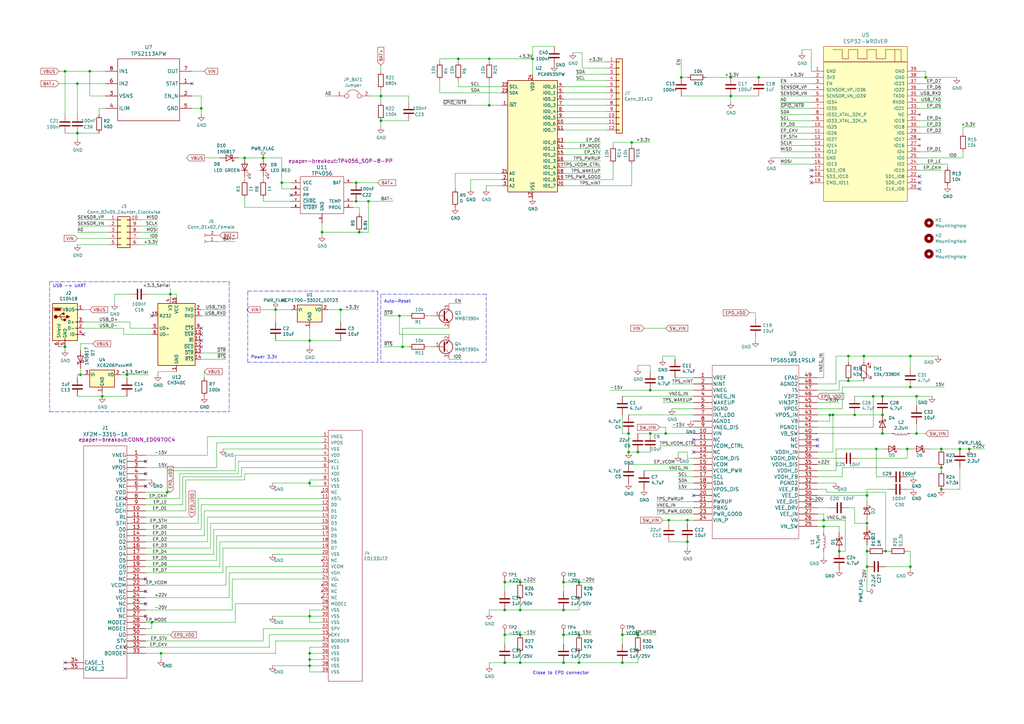
<source format=kicad_sch>
(kicad_sch (version 20211123) (generator eeschema)
  (paper "A3")
  (title_block (title "epdiy") (date "2021-03-28") (rev "v6.0") (comment 3 "License: CC-BY-SA-4.0") (comment 4 "Author: Valentin Roland"))
  (junction (at 274.32 213.36))
  (junction (at 299.72 39.37))
  (junction (at 26.67 142.24))
  (junction (at 257.81 177.8))
  (junction (at 69.85 120.65))
  (junction (at 255.27 260.35))
  (junction (at 386.08 200.66))
  (junction (at 127 139.7))
  (junction (at 147.32 95.25))
  (junction (at 127 267.97))
  (junction (at 132.08 95.25))
  (junction (at 26.67 29.21))
  (junction (at 375.92 177.8))
  (junction (at 165.1 142.24))
  (junction (at 373.38 146.05))
  (junction (at 200.66 24.13))
  (junction (at 355.6 232.41))
  (junction (at 187.96 24.13))
  (junction (at 340.36 170.18))
  (junction (at 213.36 260.35))
  (junction (at 41.91 162.56))
  (junction (at 337.82 213.36))
  (junction (at 386.08 191.77))
  (junction (at 359.41 184.15))
  (junction (at 341.63 170.18))
  (junction (at 100.33 64.77))
  (junction (at 146.05 74.93))
  (junction (at 146.05 82.55))
  (junction (at 68.58 201.93))
  (junction (at 82.55 44.45))
  (junction (at 207.01 238.76))
  (junction (at 350.52 170.18))
  (junction (at 52.07 153.67))
  (junction (at 231.14 271.78))
  (junction (at 266.7 160.02))
  (junction (at 337.82 215.9))
  (junction (at 355.6 226.06))
  (junction (at 207.01 250.19))
  (junction (at 31.75 34.29))
  (junction (at 127 252.73))
  (junction (at 231.14 260.35))
  (junction (at 151.13 82.55))
  (junction (at 231.14 250.19))
  (junction (at 259.08 58.42))
  (junction (at 281.94 222.25))
  (junction (at 200.66 43.18))
  (junction (at 355.6 203.2))
  (junction (at 355.6 214.63))
  (junction (at 213.36 271.78))
  (junction (at 379.73 31.75))
  (junction (at 237.49 260.35))
  (junction (at 299.72 31.75))
  (junction (at 354.33 146.05))
  (junction (at 281.94 213.36))
  (junction (at 33.02 153.67))
  (junction (at 386.08 184.15))
  (junction (at 373.38 232.41))
  (junction (at 237.49 271.78))
  (junction (at 127 198.12))
  (junction (at 372.11 184.15))
  (junction (at 36.83 29.21))
  (junction (at 311.15 31.75))
  (junction (at 218.44 24.13))
  (junction (at 344.17 226.06))
  (junction (at 279.4 31.75))
  (junction (at 373.38 158.75))
  (junction (at 113.03 127))
  (junction (at 207.01 260.35))
  (junction (at 266.7 177.8))
  (junction (at 62.23 255.27))
  (junction (at 163.83 129.54))
  (junction (at 261.62 185.42))
  (junction (at 66.04 267.97))
  (junction (at 231.14 238.76))
  (junction (at 363.22 226.06))
  (junction (at 358.14 162.56))
  (junction (at 257.81 185.42))
  (junction (at 347.98 156.21))
  (junction (at 31.75 54.61))
  (junction (at 107.95 64.77))
  (junction (at 273.05 177.8))
  (junction (at 393.7 184.15))
  (junction (at 361.95 177.8))
  (junction (at 361.95 162.56))
  (junction (at 213.36 238.76))
  (junction (at 156.21 49.53))
  (junction (at 213.36 250.19))
  (junction (at 237.49 238.76))
  (junction (at 397.51 184.15))
  (junction (at 347.98 146.05))
  (junction (at 139.7 127))
  (junction (at 361.95 170.18))
  (junction (at 255.27 271.78))
  (junction (at 156.21 39.37))
  (junction (at 207.01 271.78))
  (junction (at 127 273.05))
  (junction (at 261.62 260.35))
  (junction (at 115.57 74.93))
  (junction (at 127 270.51))
  (junction (at 375.92 162.56))
  (no_connect (at 332.74 74.93))
  (no_connect (at 82.55 137.16))
  (no_connect (at 78.74 34.29))
  (no_connect (at 62.23 129.54))
  (no_connect (at 284.48 180.34))
  (no_connect (at 284.48 185.42))
  (no_connect (at 59.69 252.73))
  (no_connect (at 59.69 242.57))
  (no_connect (at 59.69 237.49))
  (no_connect (at 119.38 80.01))
  (no_connect (at 34.29 137.16))
  (no_connect (at 82.55 134.62))
  (no_connect (at 335.28 180.34))
  (no_connect (at 377.19 74.93))
  (no_connect (at 284.48 203.2))
  (no_connect (at 59.69 189.23))
  (no_connect (at 332.74 69.85))
  (no_connect (at 332.74 72.39))
  (no_connect (at 82.55 139.7))
  (no_connect (at 82.55 142.24))
  (no_connect (at 59.69 247.65))
  (no_connect (at 377.19 77.47))
  (no_connect (at 59.69 194.31))
  (no_connect (at 26.67 271.78))
  (no_connect (at 59.69 199.39))
  (no_connect (at 26.67 274.32))
  (no_connect (at 377.19 72.39))
  (no_connect (at 335.28 182.88))
  (wire (pts (xy 335.28 177.8) (xy 361.95 177.8)))
  (wire (pts (xy 96.52 255.27) (xy 96.52 247.65)))
  (wire (pts (xy 207.01 238.76) (xy 213.36 238.76)))
  (wire (pts (xy 96.52 193.04) (xy 96.52 186.69)))
  (wire (pts (xy 134.62 127) (xy 139.7 127)))
  (wire (pts (xy 132.08 96.52) (xy 132.08 95.25)))
  (wire (pts (xy 346.71 226.06) (xy 346.71 213.36)))
  (wire (pts (xy 213.36 260.35) (xy 219.71 260.35)))
  (wire (pts (xy 73.66 204.47) (xy 73.66 194.31)))
  (wire (pts (xy 332.74 57.15) (xy 320.04 57.15)))
  (wire (pts (xy 248.92 27.94) (xy 238.76 27.94)))
  (wire (pts (xy 261.62 149.86) (xy 261.62 151.13)))
  (wire (pts (xy 231.14 250.19) (xy 237.49 250.19)))
  (wire (pts (xy 375.92 162.56) (xy 382.27 162.56)))
  (wire (pts (xy 379.73 31.75) (xy 392.43 31.75)))
  (wire (pts (xy 88.9 191.77) (xy 88.9 181.61)))
  (wire (pts (xy 363.22 226.06) (xy 364.49 226.06)))
  (wire (pts (xy 59.69 204.47) (xy 73.66 204.47)))
  (wire (pts (xy 132.08 267.97) (xy 127 267.97)))
  (wire (pts (xy 74.93 207.01) (xy 74.93 195.58)))
  (wire (pts (xy 275.59 157.48) (xy 284.48 157.48)))
  (wire (pts (xy 332.74 31.75) (xy 311.15 31.75)))
  (wire (pts (xy 82.55 207.01) (xy 82.55 217.17)))
  (wire (pts (xy 386.08 36.83) (xy 377.19 36.83)))
  (wire (pts (xy 127 267.97) (xy 127 270.51)))
  (wire (pts (xy 59.69 224.79) (xy 86.36 224.79)))
  (wire (pts (xy 355.6 203.2) (xy 355.6 200.66)))
  (wire (pts (xy 200.66 271.78) (xy 200.66 273.05)))
  (wire (pts (xy 397.51 184.15) (xy 403.86 184.15)))
  (wire (pts (xy 34.29 134.62) (xy 50.8 134.62)))
  (wire (pts (xy 151.13 82.55) (xy 151.13 95.25)))
  (polyline (pts (xy 199.39 120.65) (xy 156.21 120.65)))
  (wire (pts (xy 335.28 160.02) (xy 344.17 160.02)))
  (wire (pts (xy 24.13 29.21) (xy 26.67 29.21)))
  (wire (pts (xy 231.14 242.57) (xy 231.14 238.76)))
  (wire (pts (xy 50.8 134.62) (xy 50.8 137.16)))
  (wire (pts (xy 274.32 222.25) (xy 281.94 222.25)))
  (wire (pts (xy 332.74 59.69) (xy 320.04 59.69)))
  (wire (pts (xy 95.25 237.49) (xy 132.08 237.49)))
  (wire (pts (xy 59.69 196.85) (xy 62.23 196.85)))
  (wire (pts (xy 90.17 96.52) (xy 88.9 96.52)))
  (wire (pts (xy 386.08 69.85) (xy 377.19 69.85)))
  (wire (pts (xy 237.49 271.78) (xy 231.14 271.78)))
  (wire (pts (xy 26.67 29.21) (xy 36.83 29.21)))
  (wire (pts (xy 64.77 92.71) (xy 57.15 92.71)))
  (wire (pts (xy 332.74 41.91) (xy 320.04 41.91)))
  (wire (pts (xy 40.64 54.61) (xy 31.75 54.61)))
  (wire (pts (xy 59.69 186.69) (xy 85.09 186.69)))
  (wire (pts (xy 351.79 187.96) (xy 372.11 187.96)))
  (wire (pts (xy 82.55 129.54) (xy 92.71 129.54)))
  (wire (pts (xy 307.34 128.27) (xy 309.88 128.27)))
  (wire (pts (xy 337.82 154.94) (xy 337.82 144.78)))
  (wire (pts (xy 127 134.62) (xy 127 139.7)))
  (wire (pts (xy 386.08 52.07) (xy 377.19 52.07)))
  (wire (pts (xy 132.08 207.01) (xy 82.55 207.01)))
  (wire (pts (xy 107.95 257.81) (xy 132.08 257.81)))
  (wire (pts (xy 86.36 224.79) (xy 86.36 214.63)))
  (wire (pts (xy 248.92 53.34) (xy 231.14 53.34)))
  (wire (pts (xy 335.28 170.18) (xy 340.36 170.18)))
  (wire (pts (xy 284.48 172.72) (xy 283.21 172.72)))
  (wire (pts (xy 205.74 73.66) (xy 193.04 73.66)))
  (wire (pts (xy 246.38 66.04) (xy 231.14 66.04)))
  (wire (pts (xy 97.79 64.77) (xy 100.33 64.77)))
  (wire (pts (xy 355.6 200.66) (xy 364.49 200.66)))
  (wire (pts (xy 259.08 76.2) (xy 259.08 67.31)))
  (wire (pts (xy 200.66 24.13) (xy 218.44 24.13)))
  (wire (pts (xy 99.06 191.77) (xy 132.08 191.77)))
  (wire (pts (xy 386.08 49.53) (xy 377.19 49.53)))
  (wire (pts (xy 264.16 193.04) (xy 284.48 193.04)))
  (wire (pts (xy 213.36 271.78) (xy 207.01 271.78)))
  (polyline (pts (xy 93.98 115.57) (xy 93.98 168.91)))
  (wire (pts (xy 83.82 154.94) (xy 83.82 152.4)))
  (wire (pts (xy 347.98 148.59) (xy 347.98 146.05)))
  (wire (pts (xy 72.39 120.65) (xy 72.39 121.92)))
  (wire (pts (xy 59.69 217.17) (xy 82.55 217.17)))
  (wire (pts (xy 373.38 146.05) (xy 384.81 146.05)))
  (wire (pts (xy 284.48 187.96) (xy 281.94 187.96)))
  (wire (pts (xy 373.38 232.41) (xy 373.38 233.68)))
  (wire (pts (xy 73.66 194.31) (xy 97.79 194.31)))
  (wire (pts (xy 373.38 177.8) (xy 375.92 177.8)))
  (wire (pts (xy 394.97 64.77) (xy 394.97 62.23)))
  (wire (pts (xy 372.11 226.06) (xy 373.38 226.06)))
  (wire (pts (xy 59.69 219.71) (xy 83.82 219.71)))
  (wire (pts (xy 281.94 185.42) (xy 278.13 185.42)))
  (wire (pts (xy 335.28 205.74) (xy 337.82 205.74)))
  (wire (pts (xy 377.19 67.31) (xy 388.62 67.31)))
  (wire (pts (xy 345.44 195.58) (xy 345.44 191.77)))
  (wire (pts (xy 231.14 50.8) (xy 248.92 50.8)))
  (wire (pts (xy 33.02 143.51) (xy 33.02 140.97)))
  (wire (pts (xy 165.1 134.62) (xy 165.1 142.24)))
  (wire (pts (xy 241.3 25.4) (xy 248.92 25.4)))
  (wire (pts (xy 393.7 200.66) (xy 393.7 191.77)))
  (wire (pts (xy 110.49 260.35) (xy 132.08 260.35)))
  (wire (pts (xy 76.2 196.85) (xy 100.33 196.85)))
  (wire (pts (xy 361.95 162.56) (xy 375.92 162.56)))
  (wire (pts (xy 64.77 97.79) (xy 57.15 97.79)))
  (wire (pts (xy 115.57 74.93) (xy 115.57 77.47)))
  (wire (pts (xy 369.57 184.15) (xy 372.11 184.15)))
  (wire (pts (xy 341.63 170.18) (xy 350.52 170.18)))
  (wire (pts (xy 259.08 59.69) (xy 259.08 58.42)))
  (wire (pts (xy 345.44 158.75) (xy 373.38 158.75)))
  (wire (pts (xy 146.05 82.55) (xy 151.13 82.55)))
  (wire (pts (xy 59.69 214.63) (xy 81.28 214.63)))
  (wire (pts (xy 342.9 146.05) (xy 347.98 146.05)))
  (wire (pts (xy 375.92 173.99) (xy 375.92 177.8)))
  (wire (pts (xy 50.8 137.16) (xy 62.23 137.16)))
  (wire (pts (xy 332.74 49.53) (xy 320.04 49.53)))
  (wire (pts (xy 92.71 144.78) (xy 82.55 144.78)))
  (wire (pts (xy 279.4 39.37) (xy 299.72 39.37)))
  (wire (pts (xy 147.32 85.09) (xy 144.78 85.09)))
  (wire (pts (xy 373.38 151.13) (xy 373.38 146.05)))
  (wire (pts (xy 59.69 250.19) (xy 95.25 250.19)))
  (wire (pts (xy 127 198.12) (xy 127 196.85)))
  (wire (pts (xy 167.64 39.37) (xy 167.64 41.91)))
  (wire (pts (xy 205.74 76.2) (xy 199.39 76.2)))
  (wire (pts (xy 320.04 39.37) (xy 332.74 39.37)))
  (wire (pts (xy 379.73 29.21) (xy 379.73 31.75)))
  (wire (pts (xy 347.98 208.28) (xy 350.52 208.28)))
  (wire (pts (xy 31.75 97.79) (xy 44.45 97.79)))
  (wire (pts (xy 31.75 90.17) (xy 44.45 90.17)))
  (wire (pts (xy 88.9 219.71) (xy 132.08 219.71)))
  (wire (pts (xy 284.48 175.26) (xy 275.59 175.26)))
  (wire (pts (xy 132.08 250.19) (xy 127 250.19)))
  (wire (pts (xy 184.15 147.32) (xy 189.23 147.32)))
  (wire (pts (xy 176.53 129.54) (xy 175.26 129.54)))
  (wire (pts (xy 257.81 170.18) (xy 284.48 170.18)))
  (wire (pts (xy 69.85 120.65) (xy 72.39 120.65)))
  (wire (pts (xy 113.03 267.97) (xy 113.03 262.89)))
  (wire (pts (xy 127 196.85) (xy 132.08 196.85)))
  (wire (pts (xy 375.92 166.37) (xy 375.92 162.56)))
  (wire (pts (xy 339.09 200.66) (xy 335.28 200.66)))
  (wire (pts (xy 111.76 273.05) (xy 127 273.05)))
  (wire (pts (xy 33.02 153.67) (xy 34.29 153.67)))
  (wire (pts (xy 31.75 34.29) (xy 43.18 34.29)))
  (wire (pts (xy 113.03 127) (xy 106.68 127)))
  (wire (pts (xy 231.14 58.42) (xy 246.38 58.42)))
  (wire (pts (xy 266.7 177.8) (xy 261.62 177.8)))
  (wire (pts (xy 261.62 271.78) (xy 255.27 271.78)))
  (wire (pts (xy 90.17 232.41) (xy 90.17 222.25)))
  (wire (pts (xy 231.14 40.64) (xy 248.92 40.64)))
  (wire (pts (xy 100.33 72.39) (xy 100.33 73.66)))
  (wire (pts (xy 207.01 250.19) (xy 200.66 250.19)))
  (polyline (pts (xy 156.21 148.59) (xy 199.39 148.59)))
  (wire (pts (xy 33.02 151.13) (xy 33.02 153.67)))
  (wire (pts (xy 59.69 227.33) (xy 87.63 227.33)))
  (wire (pts (xy 34.29 127) (xy 36.83 127)))
  (wire (pts (xy 320.04 34.29) (xy 332.74 34.29)))
  (wire (pts (xy 127 270.51) (xy 127 273.05)))
  (wire (pts (xy 78.74 29.21) (xy 83.82 29.21)))
  (wire (pts (xy 53.34 134.62) (xy 62.23 134.62)))
  (wire (pts (xy 255.27 170.18) (xy 255.27 177.8)))
  (wire (pts (xy 361.95 177.8) (xy 365.76 177.8)))
  (wire (pts (xy 60.96 153.67) (xy 52.07 153.67)))
  (wire (pts (xy 377.19 62.23) (xy 386.08 62.23)))
  (wire (pts (xy 284.48 213.36) (xy 281.94 213.36)))
  (wire (pts (xy 127 250.19) (xy 127 252.73)))
  (wire (pts (xy 278.13 195.58) (xy 284.48 195.58)))
  (wire (pts (xy 231.14 76.2) (xy 259.08 76.2)))
  (wire (pts (xy 339.09 201.93) (xy 339.09 200.66)))
  (wire (pts (xy 60.96 120.65) (xy 69.85 120.65)))
  (wire (pts (xy 139.7 127) (xy 139.7 132.08)))
  (wire (pts (xy 193.04 73.66) (xy 193.04 77.47)))
  (wire (pts (xy 332.74 67.31) (xy 320.04 67.31)))
  (wire (pts (xy 207.01 250.19) (xy 213.36 250.19)))
  (wire (pts (xy 266.7 58.42) (xy 259.08 58.42)))
  (wire (pts (xy 335.28 172.72) (xy 340.36 172.72)))
  (wire (pts (xy 354.33 148.59) (xy 354.33 146.05)))
  (wire (pts (xy 271.78 146.05) (xy 271.78 147.32)))
  (wire (pts (xy 320.04 54.61) (xy 332.74 54.61)))
  (wire (pts (xy 31.75 54.61) (xy 31.75 57.15)))
  (wire (pts (xy 31.75 162.56) (xy 41.91 162.56)))
  (wire (pts (xy 53.34 120.65) (xy 46.99 120.65)))
  (wire (pts (xy 350.52 170.18) (xy 361.95 170.18)))
  (wire (pts (xy 200.66 25.4) (xy 200.66 24.13)))
  (wire (pts (xy 26.67 143.51) (xy 26.67 142.24)))
  (wire (pts (xy 276.86 146.05) (xy 271.78 146.05)))
  (wire (pts (xy 100.33 81.28) (xy 100.33 85.09)))
  (wire (pts (xy 345.44 191.77) (xy 386.08 191.77)))
  (wire (pts (xy 181.61 43.18) (xy 200.66 43.18)))
  (wire (pts (xy 358.14 162.56) (xy 361.95 162.56)))
  (wire (pts (xy 144.78 74.93) (xy 146.05 74.93)))
  (wire (pts (xy 132.08 275.59) (xy 127 275.59)))
  (wire (pts (xy 386.08 200.66) (xy 393.7 200.66)))
  (wire (pts (xy 69.85 201.93) (xy 68.58 201.93)))
  (wire (pts (xy 207.01 260.35) (xy 213.36 260.35)))
  (wire (pts (xy 274.32 213.36) (xy 281.94 213.36)))
  (wire (pts (xy 231.14 68.58) (xy 246.38 68.58)))
  (wire (pts (xy 62.23 255.27) (xy 62.23 257.81)))
  (wire (pts (xy 270.51 175.26) (xy 273.05 175.26)))
  (wire (pts (xy 111.76 252.73) (xy 127 252.73)))
  (wire (pts (xy 231.14 73.66) (xy 251.46 73.66)))
  (wire (pts (xy 359.41 184.15) (xy 359.41 195.58)))
  (wire (pts (xy 69.85 120.65) (xy 69.85 118.11)))
  (wire (pts (xy 59.69 191.77) (xy 88.9 191.77)))
  (wire (pts (xy 59.69 209.55) (xy 76.2 209.55)))
  (wire (pts (xy 359.41 195.58) (xy 364.49 195.58)))
  (wire (pts (xy 372.11 200.66) (xy 374.65 200.66)))
  (wire (pts (xy 156.21 39.37) (xy 156.21 36.83)))
  (wire (pts (xy 266.7 152.4) (xy 266.7 149.86)))
  (wire (pts (xy 115.57 74.93) (xy 119.38 74.93)))
  (wire (pts (xy 64.77 90.17) (xy 57.15 90.17)))
  (wire (pts (xy 167.64 49.53) (xy 156.21 49.53)))
  (wire (pts (xy 281.94 224.79) (xy 281.94 222.25)))
  (wire (pts (xy 59.69 229.87) (xy 88.9 229.87)))
  (wire (pts (xy 91.44 224.79) (xy 132.08 224.79)))
  (wire (pts (xy 309.88 128.27) (xy 309.88 130.81)))
  (wire (pts (xy 36.83 29.21) (xy 43.18 29.21)))
  (wire (pts (xy 342.9 184.15) (xy 342.9 193.04)))
  (wire (pts (xy 347.98 156.21) (xy 354.33 156.21)))
  (wire (pts (xy 332.74 20.32) (xy 332.74 29.21)))
  (wire (pts (xy 335.28 203.2) (xy 355.6 203.2)))
  (wire (pts (xy 337.82 228.6) (xy 337.82 226.06)))
  (wire (pts (xy 345.44 158.75) (xy 345.44 167.64)))
  (wire (pts (xy 337.82 213.36) (xy 335.28 213.36)))
  (wire (pts (xy 335.28 187.96) (xy 344.17 187.96)))
  (polyline (pts (xy 154.94 148.59) (xy 154.94 119.38)))
  (wire (pts (xy 31.75 92.71) (xy 44.45 92.71)))
  (wire (pts (xy 279.4 31.75) (xy 279.4 24.13)))
  (wire (pts (xy 274.32 213.36) (xy 274.32 214.63)))
  (wire (pts (xy 68.58 193.04) (xy 96.52 193.04)))
  (wire (pts (xy 26.67 46.99) (xy 26.67 29.21)))
  (wire (pts (xy 344.17 165.1) (xy 335.28 165.1)))
  (wire (pts (xy 187.96 25.4) (xy 187.96 24.13)))
  (wire (pts (xy 127 199.39) (xy 132.08 199.39)))
  (wire (pts (xy 59.69 262.89) (xy 107.95 262.89)))
  (wire (pts (xy 107.95 262.89) (xy 107.95 257.81)))
  (wire (pts (xy 187.96 35.56) (xy 187.96 33.02)))
  (wire (pts (xy 377.19 64.77) (xy 394.97 64.77)))
  (wire (pts (xy 200.66 250.19) (xy 200.66 251.46)))
  (wire (pts (xy 358.14 162.56) (xy 350.52 162.56)))
  (wire (pts (xy 337.82 154.94) (xy 335.28 154.94)))
  (wire (pts (xy 36.83 39.37) (xy 36.83 29.21)))
  (wire (pts (xy 59.69 255.27) (xy 62.23 255.27)))
  (wire (pts (xy 255.27 271.78) (xy 237.49 271.78)))
  (wire (pts (xy 284.48 182.88) (xy 270.51 182.88)))
  (wire (pts (xy 231.14 63.5) (xy 246.38 63.5)))
  (wire (pts (xy 68.58 201.93) (xy 59.69 201.93)))
  (wire (pts (xy 341.63 185.42) (xy 335.28 185.42)))
  (wire (pts (xy 269.24 260.35) (xy 261.62 260.35)))
  (wire (pts (xy 311.15 31.75) (xy 299.72 31.75)))
  (wire (pts (xy 85.09 186.69) (xy 85.09 179.07)))
  (wire (pts (xy 266.7 149.86) (xy 261.62 149.86)))
  (wire (pts (xy 358.14 175.26) (xy 358.14 162.56)))
  (wire (pts (xy 85.09 179.07) (xy 132.08 179.07)))
  (wire (pts (xy 328.93 21.59) (xy 328.93 20.32)))
  (wire (pts (xy 107.95 82.55) (xy 119.38 82.55)))
  (wire (pts (xy 88.9 181.61) (xy 132.08 181.61)))
  (wire (pts (xy 78.74 39.37) (xy 82.55 39.37)))
  (wire (pts (xy 78.74 44.45) (xy 82.55 44.45)))
  (polyline (pts (xy 199.39 148.59) (xy 199.39 120.65)))
  (wire (pts (xy 85.09 222.25) (xy 85.09 212.09)))
  (wire (pts (xy 57.15 100.33) (xy 64.77 100.33)))
  (wire (pts (xy 273.05 177.8) (xy 284.48 177.8)))
  (wire (pts (xy 107.95 64.77) (xy 115.57 64.77)))
  (wire (pts (xy 386.08 184.15) (xy 393.7 184.15)))
  (wire (pts (xy 377.19 31.75) (xy 379.73 31.75)))
  (wire (pts (xy 87.63 217.17) (xy 132.08 217.17)))
  (wire (pts (xy 207.01 271.78) (xy 200.66 271.78)))
  (wire (pts (xy 127 199.39) (xy 127 198.12)))
  (wire (pts (xy 393.7 184.15) (xy 397.51 184.15)))
  (wire (pts (xy 127 265.43) (xy 127 267.97)))
  (wire (pts (xy 394.97 52.07) (xy 400.05 52.07)))
  (wire (pts (xy 320.04 44.45) (xy 332.74 44.45)))
  (wire (pts (xy 346.71 213.36) (xy 337.82 213.36)))
  (wire (pts (xy 340.36 208.28) (xy 335.28 208.28)))
  (wire (pts (xy 231.14 48.26) (xy 248.92 48.26)))
  (wire (pts (xy 363.22 232.41) (xy 373.38 232.41)))
  (wire (pts (xy 100.33 85.09) (xy 119.38 85.09)))
  (wire (pts (xy 82.55 39.37) (xy 82.55 44.45)))
  (wire (pts (xy 34.29 132.08) (xy 53.34 132.08)))
  (wire (pts (xy 113.03 139.7) (xy 127 139.7)))
  (wire (pts (xy 132.08 270.51) (xy 127 270.51)))
  (wire (pts (xy 205.74 71.12) (xy 186.69 71.12)))
  (wire (pts (xy 377.19 29.21) (xy 379.73 29.21)))
  (wire (pts (xy 151.13 82.55) (xy 161.29 82.55)))
  (wire (pts (xy 86.36 214.63) (xy 132.08 214.63)))
  (wire (pts (xy 231.14 264.16) (xy 231.14 260.35)))
  (wire (pts (xy 350.52 214.63) (xy 355.6 214.63)))
  (wire (pts (xy 271.78 213.36) (xy 274.32 213.36)))
  (wire (pts (xy 231.14 71.12) (xy 246.38 71.12)))
  (wire (pts (xy 251.46 58.42) (xy 251.46 59.69)))
  (wire (pts (xy 213.36 238.76) (xy 219.71 238.76)))
  (wire (pts (xy 111.76 198.12) (xy 127 198.12)))
  (wire (pts (xy 88.9 229.87) (xy 88.9 219.71)))
  (wire (pts (xy 273.05 175.26) (xy 273.05 177.8)))
  (wire (pts (xy 231.14 43.18) (xy 248.92 43.18)))
  (wire (pts (xy 200.66 43.18) (xy 200.66 33.02)))
  (wire (pts (xy 299.72 39.37) (xy 299.72 41.91)))
  (wire (pts (xy 243.84 238.76) (xy 237.49 238.76)))
  (wire (pts (xy 97.79 194.31) (xy 97.79 189.23)))
  (polyline (pts (xy 101.6 119.38) (xy 154.94 119.38)))
  (wire (pts (xy 231.14 260.35) (xy 237.49 260.35)))
  (wire (pts (xy 231.14 238.76) (xy 237.49 238.76)))
  (wire (pts (xy 373.38 226.06) (xy 373.38 232.41)))
  (wire (pts (xy 87.63 227.33) (xy 87.63 217.17)))
  (wire (pts (xy 176.53 142.24) (xy 175.26 142.24)))
  (wire (pts (xy 344.17 215.9) (xy 344.17 218.44)))
  (wire (pts (xy 335.28 157.48) (xy 342.9 157.48)))
  (wire (pts (xy 59.69 222.25) (xy 85.09 222.25)))
  (wire (pts (xy 163.83 137.16) (xy 163.83 129.54)))
  (wire (pts (xy 373.38 158.75) (xy 387.35 158.75)))
  (wire (pts (xy 237.49 250.19) (xy 237.49 246.38)))
  (wire (pts (xy 355.6 203.2) (xy 355.6 205.74)))
  (wire (pts (xy 213.36 250.19) (xy 231.14 250.19)))
  (wire (pts (xy 377.19 54.61) (xy 386.08 54.61)))
  (wire (pts (xy 234.95 21.59) (xy 238.76 21.59)))
  (wire (pts (xy 316.23 64.77) (xy 332.74 64.77)))
  (wire (pts (xy 146.05 74.93) (xy 154.94 74.93)))
  (wire (pts (xy 187.96 24.13) (xy 180.34 24.13)))
  (wire (pts (xy 276.86 147.32) (xy 276.86 146.05)))
  (wire (pts (xy 74.93 195.58) (xy 99.06 195.58)))
  (wire (pts (xy 218.44 24.13) (xy 218.44 30.48)))
  (polyline (pts (xy 156.21 120.65) (xy 156.21 148.59)))
  (wire (pts (xy 377.19 44.45) (xy 386.08 44.45)))
  (wire (pts (xy 328.93 20.32) (xy 332.74 20.32)))
  (wire (pts (xy 340.36 172.72) (xy 340.36 170.18)))
  (wire (pts (xy 59.69 240.03) (xy 92.71 240.03)))
  (wire (pts (xy 64.77 152.4) (xy 64.77 153.67)))
  (wire (pts (xy 31.75 54.61) (xy 26.67 54.61)))
  (wire (pts (xy 257.81 185.42) (xy 257.81 177.8)))
  (wire (pts (xy 377.19 39.37) (xy 386.08 39.37)))
  (wire (pts (xy 284.48 198.12) (xy 278.13 198.12)))
  (polyline (pts (xy 101.6 148.59) (xy 154.94 148.59)))
  (wire (pts (xy 92.71 232.41) (xy 132.08 232.41)))
  (wire (pts (xy 85.09 212.09) (xy 132.08 212.09)))
  (wire (pts (xy 147.32 87.63) (xy 147.32 85.09)))
  (wire (pts (xy 284.48 165.1) (xy 271.78 165.1)))
  (wire (pts (xy 255.27 260.35) (xy 255.27 264.16)))
  (wire (pts (xy 372.11 184.15) (xy 373.38 184.15)))
  (wire (pts (xy 261.62 267.97) (xy 261.62 271.78)))
  (wire (pts (xy 355.6 223.52) (xy 355.6 226.06)))
  (wire (pts (xy 144.78 82.55) (xy 146.05 82.55)))
  (wire (pts (xy 165.1 142.24) (xy 167.64 142.24)))
  (wire (pts (xy 255.27 162.56) (xy 284.48 162.56)))
  (wire (pts (xy 100.33 64.77) (xy 107.95 64.77)))
  (wire (pts (xy 342.9 198.12) (xy 335.28 198.12)))
  (wire (pts (xy 255.27 177.8) (xy 257.81 177.8)))
  (wire (pts (xy 83.82 209.55) (xy 132.08 209.55)))
  (wire (pts (xy 82.55 127) (xy 92.71 127)))
  (polyline (pts (xy 20.32 168.91) (xy 93.98 168.91)))
  (wire (pts (xy 187.96 35.56) (xy 205.74 35.56)))
  (wire (pts (xy 284.48 160.02) (xy 266.7 160.02)))
  (wire (pts (xy 335.28 195.58) (xy 345.44 195.58)))
  (wire (pts (xy 97.79 189.23) (xy 132.08 189.23)))
  (wire (pts (xy 269.24 205.74) (xy 284.48 205.74)))
  (wire (pts (xy 147.32 95.25) (xy 132.08 95.25)))
  (wire (pts (xy 335.28 175.26) (xy 358.14 175.26)))
  (wire (pts (xy 157.48 142.24) (xy 165.1 142.24)))
  (wire (pts (xy 76.2 209.55) (xy 76.2 196.85)))
  (wire (pts (xy 81.28 214.63) (xy 81.28 204.47)))
  (wire (pts (xy 127 255.27) (xy 132.08 255.27)))
  (wire (pts (xy 110.49 265.43) (xy 110.49 260.35)))
  (wire (pts (xy 386.08 34.29) (xy 377.19 34.29)))
  (wire (pts (xy 342.9 193.04) (xy 335.28 193.04)))
  (wire (pts (xy 259.08 58.42) (xy 251.46 58.42)))
  (wire (pts (xy 394.97 54.61) (xy 394.97 52.07)))
  (wire (pts (xy 33.02 140.97) (xy 38.1 140.97)))
  (wire (pts (xy 40.64 44.45) (xy 43.18 44.45)))
  (wire (pts (xy 350.52 208.28) (xy 350.52 214.63)))
  (wire (pts (xy 88.9 99.06) (xy 96.52 99.06)))
  (wire (pts (xy 355.6 232.41) (xy 355.6 242.57)))
  (wire (pts (xy 115.57 64.77) (xy 115.57 74.93)))
  (wire (pts (xy 363.22 226.06) (xy 363.22 201.93)))
  (wire (pts (xy 62.23 255.27) (xy 96.52 255.27)))
  (wire (pts (xy 284.48 200.66) (xy 278.13 200.66)))
  (wire (pts (xy 218.44 24.13) (xy 218.44 19.05)))
  (wire (pts (xy 82.55 147.32) (xy 92.71 147.32)))
  (wire (pts (xy 320.04 62.23) (xy 332.74 62.23)))
  (wire (pts (xy 335.28 215.9) (xy 337.82 215.9)))
  (wire (pts (xy 156.21 49.53) (xy 156.21 52.07)))
  (wire (pts (xy 59.69 265.43) (xy 110.49 265.43)))
  (wire (pts (xy 231.14 60.96) (xy 246.38 60.96)))
  (wire (pts (xy 127 252.73) (xy 132.08 252.73)))
  (wire (pts (xy 279.4 31.75) (xy 281.94 31.75)))
  (wire (pts (xy 200.66 43.18) (xy 205.74 43.18)))
  (wire (pts (xy 340.36 170.18) (xy 341.63 170.18)))
  (wire (pts (xy 43.18 39.37) (xy 36.83 39.37)))
  (wire (pts (xy 31.75 95.25) (xy 44.45 95.25)))
  (wire (pts (xy 269.24 208.28) (xy 284.48 208.28)))
  (wire (pts (xy 151.13 95.25) (xy 147.32 95.25)))
  (wire (pts (xy 156.21 39.37) (xy 156.21 41.91)))
  (wire (pts (xy 66.04 267.97) (xy 66.04 270.51)))
  (wire (pts (xy 119.38 127) (xy 113.03 127)))
  (wire (pts (xy 344.17 160.02) (xy 344.17 156.21)))
  (wire (pts (xy 187.96 24.13) (xy 200.66 24.13)))
  (wire (pts (xy 251.46 67.31) (xy 251.46 73.66)))
  (wire (pts (xy 41.91 162.56) (xy 52.07 162.56)))
  (wire (pts (xy 237.49 267.97) (xy 237.49 271.78)))
  (wire (pts (xy 186.69 71.12) (xy 186.69 77.47)))
  (wire (pts (xy 342.9 157.48) (xy 342.9 146.05)))
  (wire (pts (xy 337.82 215.9) (xy 344.17 215.9)))
  (wire (pts (xy 372.11 187.96) (xy 372.11 184.15)))
  (wire (pts (xy 59.69 207.01) (xy 74.93 207.01)))
  (wire (pts (xy 289.56 31.75) (xy 299.72 31.75)))
  (wire (pts (xy 59.69 234.95) (xy 91.44 234.95)))
  (wire (pts (xy 90.17 222.25) (xy 132.08 222.25)))
  (wire (pts (xy 167.64 129.54) (xy 163.83 129.54)))
  (wire (pts (xy 52.07 154.94) (xy 52.07 153.67)))
  (wire (pts (xy 281.94 187.96) (xy 281.94 185.42)))
  (wire (pts (xy 113.03 127) (xy 113.03 132.08)))
  (wire (pts (xy 82.55 44.45) (xy 82.55 46.99)))
  (wire (pts (xy 133.35 39.37) (xy 137.16 39.37)))
  (wire (pts (xy 46.99 120.65) (xy 46.99 124.46)))
  (wire (pts (xy 347.98 146.05) (xy 354.33 146.05)))
  (wire (pts (xy 78.74 212.09) (xy 59.69 212.09)))
  (wire (pts (xy 231.14 45.72) (xy 248.92 45.72)))
  (wire (pts (xy 261.62 260.35) (xy 255.27 260.35)))
  (wire (pts (xy 115.57 77.47) (xy 119.38 77.47)))
  (wire (pts (xy 261.62 185.42) (xy 257.81 185.42)))
  (wire (pts (xy 344.17 226.06) (xy 346.71 226.06)))
  (wire (pts (xy 91.44 234.95) (xy 91.44 224.79)))
  (wire (pts (xy 156.21 26.67) (xy 156.21 29.21)))
  (wire (pts (xy 311.15 39.37) (xy 299.72 39.37)))
  (wire (pts (xy 180.34 24.13) (xy 180.34 25.4)))
  (wire (pts (xy 93.98 245.11) (xy 93.98 234.95)))
  (wire (pts (xy 355.6 214.63) (xy 355.6 215.9)))
  (wire (pts (xy 107.95 82.55) (xy 107.95 81.28)))
  (wire (pts (xy 96.52 186.69) (xy 132.08 186.69)))
  (wire (pts (xy 363.22 201.93) (xy 339.09 201.93)))
  (wire (pts (xy 250.19 160.02) (xy 266.7 160.02)))
  (wire (pts (xy 66.04 267.97) (xy 113.03 267.97)))
  (wire (pts (xy 281.94 213.36) (xy 281.94 214.63)))
  (wire (pts (xy 41.91 162.56) (xy 41.91 161.29)))
  (wire (pts (xy 107.95 72.39) (xy 107.95 73.66)))
  (wire (pts (xy 100.33 194.31) (xy 132.08 194.31)))
  (wire (pts (xy 81.28 204.47) (xy 132.08 204.47)))
  (wire (pts (xy 264.16 134.62) (xy 273.05 134.62)))
  (wire (pts (xy 340.36 190.5) (xy 335.28 190.5)))
  (wire (pts (xy 40.64 46.99) (xy 40.64 44.45)))
  (wire (pts (xy 180.34 38.1) (xy 205.74 38.1)))
  (wire (pts (xy 53.34 132.08) (xy 53.34 134.62)))
  (wire (pts (xy 386.08 191.77) (xy 386.08 193.04)))
  (wire (pts (xy 354.33 146.05) (xy 373.38 146.05)))
  (wire (pts (xy 44.45 100.33) (xy 31.75 100.33)))
  (wire (pts (xy 388.62 67.31) (xy 388.62 68.58)))
  (wire (pts (xy 309.88 139.7) (xy 309.88 138.43)))
  (wire (pts (xy 31.75 153.67) (xy 31.75 154.94)))
  (wire (pts (xy 207.01 264.16) (xy 207.01 260.35)))
  (wire (pts (xy 90.17 64.77) (xy 83.82 64.77)))
  (wire (pts (xy 207.01 242.57) (xy 207.01 238.76)))
  (wire (pts (xy 152.4 39.37) (xy 156.21 39.37)))
  (wire (pts (xy 375.92 177.8) (xy 379.73 177.8)))
  (wire (pts (xy 231.14 271.78) (xy 213.36 271.78)))
  (wire (pts (xy 24.13 34.29) (xy 31.75 34.29)))
  (wire (pts (xy 99.06 195.58) (xy 99.06 191.77)))
  (wire (pts (xy 359.41 184.15) (xy 361.95 184.15)))
  (wire (pts (xy 68.58 201.93) (xy 68.58 193.04)))
  (wire (pts (xy 95.25 250.19) (xy 95.25 237.49)))
  (wire (pts (xy 236.22 30.48) (xy 248.92 30.48)))
  (wire (pts (xy 91.44 184.15) (xy 132.08 184.15)))
  (wire (pts (xy 199.39 76.2) (xy 199.39 77.47)))
  (wire (pts (xy 189.23 124.46) (xy 184.15 124.46)))
  (wire (pts (xy 132.08 95.25) (xy 132.08 91.44)))
  (wire (pts (xy 132.08 265.43) (xy 127 265.43)))
  (wire (pts (xy 257.81 190.5) (xy 284.48 190.5)))
  (wire (pts (xy 59.69 232.41) (xy 90.17 232.41)))
  (wire (pts (xy 342.9 184.15) (xy 359.41 184.15)))
  (wire (pts (xy 355.6 226.06) (xy 355.6 232.41)))
  (wire (pts (xy 248.92 33.02) (xy 236.22 33.02)))
  (wire (pts (xy 156.21 39.37) (xy 167.64 39.37)))
  (wire (pts (xy 372.11 195.58) (xy 374.65 195.58)))
  (wire (pts (xy 24.13 142.24) (xy 26.67 142.24)))
  (wire (pts (xy 184.15 137.16) (xy 163.83 137.16)))
  (wire (pts (xy 341.63 170.18) (xy 341.63 185.42)))
  (wire (pts (xy 52.07 153.67) (xy 49.53 153.67)))
  (wire (pts (xy 127 139.7) (xy 127 142.24)))
  (wire (pts (xy 111.76 227.33) (xy 132.08 227.33)))
  (wire (pts (xy 320.04 46.99) (xy 332.74 46.99)))
  (wire (pts (xy 284.48 154.94) (xy 276.86 154.94)))
  (wire (pts (xy 139.7 127) (xy 147.32 127)))
  (wire (pts (xy 284.48 167.64) (xy 275.59 167.64)))
  (wire (pts (xy 278.13 185.42) (xy 278.13 186.69)))
  (wire (pts (xy 59.69 245.11) (xy 93.98 245.11)))
  (wire (pts (xy 213.36 267.97) (xy 213.36 271.78)))
  (wire (pts (xy 31.75 46.99) (xy 31.75 34.29)))
  (wire (pts (xy 269.24 210.82) (xy 284.48 210.82)))
  (wire (pts (xy 127 273.05) (xy 132.08 273.05)))
  (wire (pts (xy 266.7 177.8) (xy 273.05 177.8)))
  (wire (pts (xy 213.36 246.38) (xy 213.36 250.19)))
  (wire (pts (xy 69.85 121.92) (xy 69.85 120.65)))
  (wire (pts (xy 92.71 240.03) (xy 92.71 232.41)))
  (wire (pts (xy 72.39 152.4) (xy 64.77 152.4)))
  (wire (pts (xy 62.23 257.81) (xy 59.69 257.81)))
  (wire (pts (xy 335.28 167.64) (xy 345.44 167.64)))
  (wire (pts (xy 237.49 260.35) (xy 242.57 260.35)))
  (wire (pts (xy 69.85 260.35) (xy 59.69 260.35)))
  (wire (pts (xy 113.03 262.89) (xy 132.08 262.89)))
  (wire (pts (xy 231.14 38.1) (xy 248.92 38.1)))
  (wire (pts (xy 127 139.7) (xy 139.7 139.7)))
  (wire (pts (xy 59.69 267.97) (xy 66.04 267.97)))
  (wire (pts (xy 381 184.15) (xy 386.08 184.15)))
  (wire (pts (xy 231.14 35.56) (xy 248.92 35.56)))
  (wire (pts (xy 184.15 134.62) (xy 165.1 134.62)))
  (wire (pts (xy 266.7 185.42) (xy 261.62 185.42)))
  (wire (pts (xy 96.52 247.65) (xy 132.08 247.65)))
  (wire (pts (xy 64.77 95.25) (xy 57.15 95.25)))
  (wire (pts (xy 83.82 219.71) (xy 83.82 209.55)))
  (wire (pts (xy 218.44 19.05) (xy 227.33 19.05)))
  (wire (pts (xy 180.34 38.1) (xy 180.34 33.02)))
  (wire (pts (xy 355.6 213.36) (xy 355.6 214.63)))
  (wire (pts (xy 337.82 215.9) (xy 337.82 218.44)))
  (wire (pts (xy 344.17 156.21) (xy 347.98 156.21)))
  (wire (pts (xy 337.82 210.82) (xy 335.28 210.82)))
  (wire (pts (xy 332.74 52.07) (xy 320.04 52.07)))
  (wire (pts (xy 127 252.73) (xy 127 255.27)))
  (polyline (pts (xy 20.32 115.57) (xy 93.98 115.57)))
  (wire (pts (xy 33.02 153.67) (xy 31.75 153.67)))
  (wire (pts (xy 238.76 21.59) (xy 238.76 27.94)))
  (polyline (pts (xy 101.6 148.59) (xy 101.6 119.38)))
  (wire (pts (xy 127 275.59) (xy 127 273.05)))
  (wire (pts (xy 320.04 36.83) (xy 332.74 36.83)))
  (wire (pts (xy 100.33 196.85) (xy 100.33 194.31)))
  (polyline (pts (xy 20.32 115.57) (xy 20.32 168.91)))
  (wire (pts (xy 163.83 129.54) (xy 157.48 129.54)))
  (wire (pts (xy 93.98 234.95) (xy 132.08 234.95)))
  (wire (pts (xy 337.82 213.36) (xy 337.82 210.82)))
  (wire (pts (xy 386.08 41.91) (xy 377.19 41.91)))
  (text "Power 3.3V" (at 102.87 147.32 0) (effects (font (size 1.27 1.27)) (justify left bottom)))
  (text "USB -> UART" (at 21.59 118.11 0) (effects (font (size 1.27 1.27)) (justify left bottom)))
  (text "Auto-Reset\n" (at 157.48 124.46 0) (effects (font (size 1.27 1.27)) (justify left bottom)))
  (text "Close to EPD connector" (at 218.44 276.86 0) (effects (font (size 1.27 1.27)) (justify left bottom)))
  (label "VNEG_IN" (at 274.32 162.56 0))
  (label "TPS_PWRUP" (at 269.24 205.74 0))
  (label "EP_STV" (at 246.38 63.5 180))
  (label "SCLK" (at 320.04 59.69 0))
  (label "EP_CKV" (at 320.04 54.61 0))
  (label "TPS_PWR_GOOD" (at 246.38 73.66 180))
  (label "+3.3_Serial" (at 69.85 118.11 180))
  (label "-15V" (at 275.59 175.26 0))
  (label "MOSI" (at 320.04 67.31 0))
  (label "+3.3_Serial" (at 60.96 153.67 180))
  (label "~{GPIO_INTR}" (at 320.04 44.45 0))
  (label "SENSOR_VP" (at 31.75 90.17 0))
  (label "MISO" (at 64.77 90.17 180))
  (label "SCL" (at 278.13 195.58 0))
  (label "EP_VCOM" (at 276.86 190.5 180))
  (label "SENSOR_VN" (at 320.04 39.37 0))
  (label "EP_D5" (at 386.08 44.45 180))
  (label "IO0" (at 392.43 64.77 180))
  (label "-20V" (at 337.82 205.74 180))
  (label "+22V" (at 403.86 184.15 180))
  (label "15V" (at 242.57 260.35 180))
  (label "EP_D3" (at 386.08 52.07 180))
  (label "-20V" (at 243.84 238.76 180))
  (label "A0" (at 31.75 95.25 0))
  (label "IO0" (at 189.23 147.32 180))
  (label "MISO" (at 320.04 62.23 0))
  (label "EP_D6" (at 68.58 232.41 180))
  (label "USB_TXD" (at 386.08 41.91 180))
  (label "MOSI" (at 64.77 95.25 180))
  (label "SDA" (at 236.22 30.48 0))
  (label "EP_CKV" (at 68.58 265.43 180))
  (label "TPS_PWRUP" (at 246.38 66.04 180))
  (label "EP_OE" (at 246.38 58.42 180))
  (label "VNEG_IN" (at 337.82 144.78 270))
  (label "TPS_nINT" (at 246.38 76.2 180))
  (label "15V" (at 387.35 158.75 180))
  (label "+3.3V" (at 64.77 100.33 180))
  (label "A0" (at 320.04 41.91 0))
  (label "EP_D6" (at 386.08 36.83 180))
  (label "USB_D+" (at 40.64 132.08 0))
  (label "+3.3V" (at 400.05 52.07 180))
  (label "USB_TXD" (at 92.71 127 180))
  (label "~{GPIO_INTR}" (at 181.61 43.18 0))
  (label "USB_RXD" (at 92.71 129.54 180))
  (label "SCL" (at 193.04 35.56 0))
  (label "EN" (at 279.4 24.13 270))
  (label "EP_STH" (at 320.04 57.15 0))
  (label "EP_VCOM" (at 68.58 240.03 180))
  (label "EP_D1" (at 386.08 62.23 180))
  (label "+3.3V" (at 297.18 31.75 0))
  (label "EP_D5" (at 68.58 229.87 180))
  (label "15V" (at 278.13 200.66 0))
  (label "BAT-" (at 96.52 99.06 180))
  (label "EP_STV" (at 68.58 262.89 180))
  (label "BAT-" (at 161.29 82.55 180))
  (label "A0" (at 133.35 39.37 0))
  (label "15V" (at 68.58 191.77 180))
  (label "~{RTS}" (at 157.48 142.24 0))
  (label "EP_VCOM" (at 269.24 260.35 180))
  (label "IO0" (at 64.77 97.79 180))
  (label "EP_OE" (at 68.58 209.55 180))
  (label "SDA" (at 278.13 198.12 0))
  (label "USB_D-" (at 40.64 134.62 0))
  (label "EP_D2" (at 68.58 222.25 180))
  (label "EP_D4" (at 386.08 49.53 180))
  (label "+22V" (at 68.58 245.11 180))
  (label "VNEG_IN" (at 274.32 193.04 0))
  (label "+3.3V" (at 266.7 58.42 180))
  (label "+3.3V" (at 323.85 31.75 0))
  (label "+3.3V" (at 218.44 24.13 180))
  (label "EP_D4" (at 68.58 227.33 180))
  (label "+22V" (at 219.71 238.76 180))
  (label "EP_D7" (at 68.58 234.95 180))
  (label "EP_MODE" (at 246.38 60.96 180))
  (label "+3.3V" (at 344.17 165.1 180))
  (label "VNEG_IN" (at 339.09 213.36 0))
  (label "TPS_PWR_GOOD" (at 269.24 210.82 0))
  (label "SDA" (at 193.04 38.1 0))
  (label "TPS_VCOM_CTRL" (at 270.51 182.88 0))
  (label "-15V" (at 250.19 160.02 0))
  (label "SENSOR_VN" (at 31.75 92.71 0))
  (label "TPS_WAKEUP" (at 271.78 165.1 0))
  (label "SCL" (at 236.22 33.02 0))
  (label "SENSOR_VP" (at 320.04 36.83 0))
  (label "EP_D2" (at 386.08 54.61 180))
  (label "EP_CKH" (at 386.08 69.85 180))
  (label "EP_STH" (at 68.58 214.63 180))
  (label "-15V" (at 68.58 186.69 180))
  (label "EN" (at 189.23 124.46 180))
  (label "EP_D0" (at 320.04 52.07 0))
  (label "~{DTR}" (at 157.48 129.54 0))
  (label "SDA" (at 320.04 46.99 0))
  (label "~{RTS}" (at 92.71 147.32 180))
  (label "USB_RXD" (at 386.08 39.37 180))
  (label "~{DTR}" (at 92.71 144.78 180))
  (label "TPS_nINT" (at 275.59 157.48 0))
  (label "+22V" (at 340.36 190.5 180))
  (label "SCLK" (at 64.77 92.71 180))
  (label "+3.3V" (at 241.3 25.4 0))
  (label "SCL" (at 320.04 49.53 0))
  (label "EP_MODE" (at 68.58 255.27 180))
  (label "EP_CKH" (at 68.58 204.47 180))
  (label "EP_D3" (at 68.58 224.79 180))
  (label "EP_D7" (at 386.08 34.29 180))
  (label "VNEG_IN" (at 269.24 208.28 0))
  (label "TPS_VCOM_CTRL" (at 246.38 68.58 180))
  (label "-15V" (at 219.71 260.35 180))
  (label "EP_D1" (at 68.58 219.71 180))
  (label "EN" (at 320.04 34.29 0))
  (label "EP_LE" (at 386.08 67.31 180))
  (label "-20V" (at 68.58 250.19 180))
  (label "-20V" (at 355.6 238.76 90))
  (label "+3.3V" (at 147.32 127 180))
  (label "TPS_WAKEUP" (at 246.38 71.12 180))
  (label "EP_D0" (at 68.58 217.17 180))
  (label "EP_LE" (at 68.58 207.01 180))
  (global_label "SW_VIN" (shape input) (at 271.78 213.36 180) (property "Intersheet References" "${INTERSHEET_REFS}" (effects hide)))
  (global_label "BAT+" (shape input) (at 90.17 96.52 0) (property "Intersheet References" "${INTERSHEET_REFS}" (effects hide)))
  (global_label "VBUS" (shape input) (at 36.83 127 0) (property "Intersheet References" "${INTERSHEET_REFS}" (effects hide)))
  (global_label "VBUS" (shape input) (at 38.1 140.97 0) (property "Intersheet References" "${INTERSHEET_REFS}" (effects hide)))
  (global_label "VBUS" (shape input) (at 24.13 29.21 180) (property "Intersheet References" "${INTERSHEET_REFS}" (effects hide)))
  (global_label "BAT+" (shape input) (at 154.94 74.93 0) (property "Intersheet References" "${INTERSHEET_REFS}" (effects hide)))
  (global_label "VIN" (shape input) (at 83.82 29.21 0) (property "Intersheet References" "${INTERSHEET_REFS}" (effects hide)))
  (global_label "VBUS" (shape output) (at 83.82 64.77 180) (property "Intersheet References" "${INTERSHEET_REFS}" (effects hide)))
  (global_label "EPD_VDD" (shape input) (at 335.28 162.56 0) (property "Intersheet References" "${INTERSHEET_REFS}" (effects hide)))
  (global_label "BAT+" (shape input) (at 156.21 26.67 90) (property "Intersheet References" "${INTERSHEET_REFS}" (effects hide)))
  (global_label "VIN" (shape input) (at 31.75 97.79 180) (property "Intersheet References" "${INTERSHEET_REFS}" (effects hide)))
  (global_label "EPD_VDD" (shape input) (at 69.85 260.35 0) (property "Intersheet References" "${INTERSHEET_REFS}" (effects hide)))
  (global_label "VIN" (shape output) (at 106.68 127 180) (property "Intersheet References" "${INTERSHEET_REFS}" (effects hide)))
  (global_label "EPD_VDD" (shape input) (at 307.34 128.27 180) (property "Intersheet References" "${INTERSHEET_REFS}" (effects hide)))
  (global_label "SW_VIN" (shape input) (at 270.51 175.26 180) (property "Intersheet References" "${INTERSHEET_REFS}" (effects hide)))
  (global_label "SW_VIN" (shape input) (at 379.73 177.8 0) (property "Intersheet References" "${INTERSHEET_REFS}" (effects hide)))
  (global_label "VBUS" (shape input) (at 83.82 152.4 0) (property "Intersheet References" "${INTERSHEET_REFS}" (effects hide)))
  (global_label "SW_VIN" (shape input) (at 273.05 134.62 0) (property "Intersheet References" "${INTERSHEET_REFS}" (effects hide)))
  (global_label "EPD_VDD" (shape input) (at 69.85 201.93 90) (property "Intersheet References" "${INTERSHEET_REFS}" (effects hide)))
  (global_label "EPD_VDD" (shape input) (at 78.74 212.09 90) (property "Intersheet References" "${INTERSHEET_REFS}" (effects hide)))
  (global_label "BAT+" (shape input) (at 24.13 34.29 180) (property "Intersheet References" "${INTERSHEET_REFS}" (effects hide)))
  (global_label "VIN" (shape input) (at 264.16 134.62 180) (property "Intersheet References" "${INTERSHEET_REFS}" (effects hide)))
  (symbol (lib_id "epd_breakout:XF2M-3315-1A") (at 59.69 191.77 0) (mirror y) (unit 1)
    (property "Reference" "J1" (at 43.18 175.4378 0) (effects (font (size 1.524 1.524))))
    (property "Value" "XF2M-3315-1A" (at 43.18 178.1302 0) (effects (font (size 1.524 1.524))))
    (property "Footprint" "epaper-breakout:CONN_ED097OC4" (at 52.07 180.34 0) (effects (font (size 1.524 1.524))))
    (property "Datasheet" "https://datasheet.lcsc.com/szlcsc/Omron-Electronics-XF2M-3315-1A_C231420.pdf" (effects hide))
    (property "LCSC" "C231420" (effects hide))
  )
  (symbol (lib_id "Device:C") (at 113.03 135.89 180) (unit 1)
    (property "Reference" "C2" (at 115.951 134.7216 0) (effects (justify right)))
    (property "Value" "10uF" (at 115.951 137.033 0) (effects (justify right)))
    (property "Footprint" "Capacitor_SMD:C_0805_2012Metric" (effects hide))
    (property "LCSC" "C15850" (effects hide))
  )
  (symbol (lib_id "Device:C") (at 139.7 135.89 180) (unit 1)
    (property "Reference" "C3" (at 142.621 134.7216 0) (effects (justify right)))
    (property "Value" "10uF" (at 142.621 137.033 0) (effects (justify right)))
    (property "Footprint" "Capacitor_SMD:C_0805_2012Metric" (effects hide))
    (property "LCSC" "C15850" (effects hide))
  )
  (symbol (lib_id "power:GND") (at 127 142.24 0) (unit 1)
    (property "Reference" "#PWR0109" (effects hide))
    (property "Value" "GND" (at 127.127 146.6342 0))
  )
  (symbol (lib_id "epd_breakout:C10418") (at 26.67 132.08 0) (unit 1)
    (property "Reference" "J2" (at 28.1178 120.2182 0))
    (property "Value" "C10418" (at 28.1178 122.5296 0))
    (property "Footprint" "epaper-breakout:USB_Micro-B_A01SB141B1-067" (effects hide))
    (property "Datasheet" "https://lcsc.com/product-detail/USB-Connectors_Jing-Extension-of-the-Electronic-Co-Jing-Extension-of-the-Electronic-Co-MICRO-USB-5S-B-Type-horns-High-temperature_C10418.html" (effects hide))
    (property "LCSC" "C10418" (effects hide))
  )
  (symbol (lib_id "power:GND") (at 62.23 196.85 0) (mirror y) (unit 1)
    (property "Reference" "#PWR013" (effects hide))
    (property "Value" "GND" (at 64.77 199.39 0))
  )
  (symbol (lib_id "power:GND") (at 66.04 270.51 0) (mirror y) (unit 1)
    (property "Reference" "#PWR010" (effects hide))
    (property "Value" "GND" (at 68.58 273.05 0))
  )
  (symbol (lib_id "esp32-wrover:ESP32-WROVER") (at 355.6 48.26 0) (unit 1)
    (property "Reference" "U5" (at 354.965 14.3002 0) (effects (font (size 1.524 1.524))))
    (property "Value" "ESP32-WROVER" (at 354.965 16.9926 0) (effects (font (size 1.524 1.524))))
    (property "Footprint" "esp32-wrover:ESP32-WROVER" (effects hide))
    (property "LCSC" " C503591" (effects hide))
  )
  (symbol (lib_id "power:GND") (at 31.75 100.33 0) (unit 1)
    (property "Reference" "#PWR0117" (effects hide))
    (property "Value" "GND" (at 31.877 104.7242 0))
  )
  (symbol (lib_id "Mechanical:MountingHole") (at 381 91.44 0) (unit 1)
    (property "Reference" "H1" (at 383.54 90.2716 0) (effects (justify left)))
    (property "Value" "MountingHole" (at 383.54 92.583 0) (effects (justify left)))
    (property "Footprint" "MountingHole:MountingHole_2.2mm_M2" (effects hide))
  )
  (symbol (lib_id "Mechanical:MountingHole") (at 381 97.79 0) (unit 1)
    (property "Reference" "H2" (at 383.54 96.6216 0) (effects (justify left)))
    (property "Value" "MountingHole" (at 383.54 98.933 0) (effects (justify left)))
    (property "Footprint" "MountingHole:MountingHole_2.2mm_M2" (effects hide))
  )
  (symbol (lib_id "Mechanical:MountingHole") (at 381 104.14 0) (unit 1)
    (property "Reference" "H3" (at 383.54 102.9716 0) (effects (justify left)))
    (property "Value" "MountingHole" (at 383.54 105.283 0) (effects (justify left)))
    (property "Footprint" "MountingHole:MountingHole_2.2mm_M2" (effects hide))
  )
  (symbol (lib_id "power:GND") (at 392.43 31.75 0) (unit 1)
    (property "Reference" "#PWR0107" (effects hide))
    (property "Value" "GND" (at 392.557 36.1442 0))
  )
  (symbol (lib_id "power:GND") (at 328.93 21.59 0) (unit 1)
    (property "Reference" "#PWR0108" (effects hide))
    (property "Value" "GND" (at 329.057 25.9842 0))
  )
  (symbol (lib_id "power:GND") (at 316.23 64.77 0) (unit 1)
    (property "Reference" "#PWR0112" (effects hide))
    (property "Value" "GND" (at 316.357 69.1642 0))
  )
  (symbol (lib_id "Device:R") (at 388.62 72.39 0) (unit 1)
    (property "Reference" "R13" (at 390.398 71.2216 0) (effects (justify left)))
    (property "Value" "10k" (at 390.398 73.533 0) (effects (justify left)))
    (property "Footprint" "Resistor_SMD:R_0603_1608Metric" (effects hide))
    (property "LCSC" "C25804" (effects hide))
  )
  (symbol (lib_id "power:GND") (at 388.62 76.2 0) (unit 1)
    (property "Reference" "#PWR0114" (effects hide))
    (property "Value" "GND" (at 388.747 80.5942 0))
  )
  (symbol (lib_id "Device:R") (at 394.97 58.42 0) (unit 1)
    (property "Reference" "R15" (at 396.748 57.2516 0) (effects (justify left)))
    (property "Value" "10k" (at 396.748 59.563 0) (effects (justify left)))
    (property "Footprint" "Resistor_SMD:R_0603_1608Metric" (effects hide))
    (property "LCSC" "C25804" (effects hide))
  )
  (symbol (lib_id "power:GND") (at 299.72 41.91 0) (unit 1)
    (property "Reference" "#PWR0115" (effects hide))
    (property "Value" "GND" (at 299.847 46.3042 0))
  )
  (symbol (lib_id "Device:C") (at 299.72 35.56 0) (unit 1)
    (property "Reference" "C17" (at 302.641 34.3916 0) (effects (justify left)))
    (property "Value" "100uF" (at 302.641 36.703 0) (effects (justify left)))
    (property "Footprint" "Capacitor_Tantalum_SMD:CP_EIA-3528-15_AVX-H" (effects hide))
    (property "LCSC" " C16133" (effects hide))
  )
  (symbol (lib_id "Device:C") (at 311.15 35.56 180) (unit 1)
    (property "Reference" "C18" (at 314.071 34.3916 0) (effects (justify right)))
    (property "Value" "1uF" (at 314.071 36.703 0) (effects (justify right)))
    (property "Footprint" "Capacitor_SMD:C_0805_2012Metric" (effects hide))
    (property "LCSC" "C28323" (effects hide))
  )
  (symbol (lib_id "Device:R") (at 285.75 31.75 270) (unit 1)
    (property "Reference" "R10" (at 284.48 34.29 90) (effects (justify left)))
    (property "Value" "10k" (at 284.48 29.21 90) (effects (justify left)))
    (property "Footprint" "Resistor_SMD:R_0603_1608Metric" (effects hide))
    (property "LCSC" "C25804" (effects hide))
  )
  (symbol (lib_id "Device:C") (at 279.4 35.56 0) (mirror y) (unit 1)
    (property "Reference" "C15" (at 273.05 34.29 0) (effects (justify right)))
    (property "Value" "100nF" (at 271.78 36.83 0) (effects (justify right)))
    (property "Footprint" "Capacitor_SMD:C_0805_2012Metric" (effects hide))
    (property "LCSC" "C49678" (effects hide))
  )
  (symbol (lib_id "Regulator_Linear:MCP1700-3302E_SOT23") (at 127 127 0) (unit 1)
    (property "Reference" "U1" (at 127 120.8532 0))
    (property "Value" "MCP1700-3302E_SOT23" (at 127 123.1646 0))
    (property "Footprint" "Package_TO_SOT_SMD:SOT-23" (effects hide))
    (property "Datasheet" "http://ww1.microchip.com/downloads/en/DeviceDoc/20001826D.pdf" (effects hide))
    (property "LCSC" "C39051" (effects hide))
  )
  (symbol (lib_id "power:GND") (at 26.67 143.51 0) (unit 1)
    (property "Reference" "#PWR0116" (effects hide))
    (property "Value" "GND" (at 26.797 147.9042 0))
  )
  (symbol (lib_id "Device:C") (at 167.64 45.72 0) (mirror x) (unit 1)
    (property "Reference" "C23" (at 173.99 46.99 0) (effects (justify right)))
    (property "Value" "100nF" (at 175.26 44.45 0) (effects (justify right)))
    (property "Footprint" "Capacitor_SMD:C_0805_2012Metric" (effects hide))
    (property "LCSC" "C49678" (effects hide))
  )
  (symbol (lib_id "power:GND") (at 64.77 153.67 0) (unit 1)
    (property "Reference" "#PWR0111" (effects hide))
    (property "Value" "GND" (at 64.897 158.0642 0))
  )
  (symbol (lib_id "Device:C") (at 57.15 120.65 270) (unit 1)
    (property "Reference" "C16" (at 57.15 127.0508 90))
    (property "Value" "100nF" (at 57.15 124.7394 90))
    (property "Footprint" "Capacitor_SMD:C_0805_2012Metric" (effects hide))
    (property "LCSC" "C49678" (effects hide))
  )
  (symbol (lib_id "power:GND") (at 46.99 124.46 0) (unit 1)
    (property "Reference" "#PWR0110" (effects hide))
    (property "Value" "GND" (at 47.117 128.8542 0))
  )
  (symbol (lib_id "Device:R") (at 171.45 129.54 270) (unit 1)
    (property "Reference" "R1" (at 170.18 132.08 90) (effects (justify left)))
    (property "Value" "10k" (at 170.18 127 90) (effects (justify left)))
    (property "Footprint" "Resistor_SMD:R_0603_1608Metric" (effects hide))
    (property "LCSC" "C25804" (effects hide))
  )
  (symbol (lib_id "Device:R") (at 171.45 142.24 270) (unit 1)
    (property "Reference" "R11" (at 170.18 144.78 90) (effects (justify left)))
    (property "Value" "10k" (at 170.18 139.7 90) (effects (justify left)))
    (property "Footprint" "Resistor_SMD:R_0603_1608Metric" (effects hide))
    (property "LCSC" "C25804" (effects hide))
  )
  (symbol (lib_id "TPS651851RSLR:TPS651851RSLR") (at 284.48 154.94 0) (unit 1)
    (property "Reference" "U3" (at 325.12 145.1102 0) (effects (font (size 1.524 1.524))))
    (property "Value" "TPS651851RSLR" (at 325.12 147.8026 0) (effects (font (size 1.524 1.524))))
    (property "Footprint" "tps65185:TPS651851RSLR" (effects hide))
    (property "LCSC" "C139292" (effects hide))
  )
  (symbol (lib_id "Device:L") (at 369.57 177.8 270) (unit 1)
    (property "Reference" "L2" (at 369.57 173.2026 90))
    (property "Value" "2.2uH" (at 369.57 175.514 90))
    (property "Footprint" "Inductor_SMD:L_Taiyo-Yuden_NR-40xx_HandSoldering" (effects hide))
    (property "LCSC" "C92959" (effects hide))
  )
  (symbol (lib_id "Transistor_BJT:MMBT3904") (at 181.61 129.54 0) (unit 1)
    (property "Reference" "Q3" (at 186.4614 128.3716 0) (effects (justify left)))
    (property "Value" "MMBT3904" (at 186.4614 130.683 0) (effects (justify left)))
    (property "Footprint" "Package_TO_SOT_SMD:SOT-23" (effects hide))
    (property "Datasheet" "https://www.onsemi.com/pub/Collateral/2N3903-D.PDF" (effects hide))
    (property "LCSC" "C20526" (effects hide))
  )
  (symbol (lib_id "Diode:MBR0540") (at 361.95 173.99 270) (unit 1)
    (property "Reference" "D4" (at 365.76 171.45 90))
    (property "Value" "MBR0540" (effects hide))
    (property "Footprint" "Diode_SMD:D_SOD-123" (effects hide))
    (property "Datasheet" "http://www.mccsemi.com/up_pdf/MBR0520~MBR0580(SOD123).pdf" (effects hide))
    (property "LCSC" "C21353" (effects hide))
  )
  (symbol (lib_id "epd_breakout:TPS2113APW") (at 60.96 36.83 0) (unit 1)
    (property "Reference" "U7" (at 60.96 19.3548 0) (effects (font (size 1.524 1.524))))
    (property "Value" "TPS2113APW" (at 60.96 22.0472 0) (effects (font (size 1.524 1.524))))
    (property "Footprint" "epaper-breakout:TPS2113APW" (effects hide))
    (property "LCSC" "C130052" (effects hide))
  )
  (symbol (lib_id "Transistor_BJT:MMBT3904") (at 181.61 142.24 0) (mirror x) (unit 1)
    (property "Reference" "Q4" (at 186.4614 141.0716 0) (effects (justify left)))
    (property "Value" "MMBT3904" (at 186.4614 143.383 0) (effects (justify left)))
    (property "Footprint" "Package_TO_SOT_SMD:SOT-23" (effects hide))
    (property "Datasheet" "https://www.onsemi.com/pub/Collateral/2N3903-D.PDF" (effects hide))
    (property "LCSC" "C20526" (effects hide))
  )
  (symbol (lib_id "power:GND") (at 82.55 46.99 0) (unit 1)
    (property "Reference" "#PWR0119" (effects hide))
    (property "Value" "GND" (at 82.677 51.3842 0))
  )
  (symbol (lib_id "power:GND") (at 382.27 162.56 0) (unit 1)
    (property "Reference" "#PWR0101" (effects hide))
    (property "Value" "GND" (at 378.46 165.1 0))
  )
  (symbol (lib_id "Device:C") (at 375.92 170.18 0) (unit 1)
    (property "Reference" "C32" (at 378.841 169.0116 0) (effects (justify left)))
    (property "Value" "10uF" (at 378.841 171.323 0) (effects (justify left)))
    (property "Footprint" "Capacitor_SMD:C_0805_2012Metric" (effects hide))
    (property "LCSC" "C15850" (effects hide))
  )
  (symbol (lib_id "Device:C") (at 31.75 50.8 0) (mirror x) (unit 1)
    (property "Reference" "C39" (at 38.1 52.07 0) (effects (justify right)))
    (property "Value" "100nF" (at 39.37 49.53 0) (effects (justify right)))
    (property "Footprint" "Capacitor_SMD:C_0805_2012Metric" (effects hide))
    (property "LCSC" "C49678" (effects hide))
  )
  (symbol (lib_id "Device:C") (at 26.67 50.8 0) (mirror y) (unit 1)
    (property "Reference" "C21" (at 20.32 49.53 0) (effects (justify right)))
    (property "Value" "100nF" (at 19.05 52.07 0) (effects (justify right)))
    (property "Footprint" "Capacitor_SMD:C_0805_2012Metric" (effects hide))
    (property "LCSC" "C49678" (effects hide))
  )
  (symbol (lib_id "power:GND") (at 31.75 57.15 0) (unit 1)
    (property "Reference" "#PWR0120" (effects hide))
    (property "Value" "GND" (at 31.877 61.5442 0))
  )
  (symbol (lib_id "Diode:MBR0540") (at 365.76 184.15 180) (unit 1)
    (property "Reference" "D5" (at 365.76 186.69 0))
    (property "Value" "MBR0540" (effects hide))
    (property "Footprint" "Diode_SMD:D_SOD-123" (effects hide))
    (property "Datasheet" "http://www.mccsemi.com/up_pdf/MBR0520~MBR0580(SOD123).pdf" (effects hide))
    (property "LCSC" "C21353" (effects hide))
  )
  (symbol (lib_id "Device:R") (at 40.64 50.8 0) (unit 1)
    (property "Reference" "R2" (at 42.418 49.6316 0) (effects (justify left)))
    (property "Value" "400" (at 42.418 51.943 0) (effects (justify left)))
    (property "Footprint" "Resistor_SMD:R_0603_1608Metric" (effects hide))
    (property "LCSC" "C23151" (effects hide))
  )
  (symbol (lib_id "Diode:MBR0540") (at 377.19 184.15 180) (unit 1)
    (property "Reference" "D6" (at 377.19 186.69 0))
    (property "Value" "MBR0540" (effects hide))
    (property "Footprint" "Diode_SMD:D_SOD-123" (effects hide))
    (property "Datasheet" "http://www.mccsemi.com/up_pdf/MBR0520~MBR0580(SOD123).pdf" (effects hide))
    (property "LCSC" "C21353" (effects hide))
  )
  (symbol (lib_id "Device:C") (at 368.3 195.58 270) (unit 1)
    (property "Reference" "C29" (at 365.76 194.31 90) (effects (justify right)))
    (property "Value" "100nF" (at 375.92 194.31 90) (effects (justify right)))
    (property "Footprint" "Capacitor_SMD:C_0805_2012Metric" (effects hide))
    (property "LCSC" " C49678" (effects hide))
  )
  (symbol (lib_id "Device:C") (at 347.98 187.96 270) (unit 1)
    (property "Reference" "C25" (at 346.71 190.5 90) (effects (justify right)))
    (property "Value" "10nF" (at 353.06 190.5 90) (effects (justify right)))
    (property "Footprint" "Capacitor_SMD:C_0805_2012Metric" (effects hide))
    (property "LCSC" "C1710" (effects hide))
  )
  (symbol (lib_id "Diode:1N5817") (at 33.02 147.32 90) (unit 1)
    (property "Reference" "D7" (at 38.1 146.05 0) (effects (justify left)))
    (property "Value" "1N5817" (at 35.56 149.86 0) (effects (justify left)))
    (property "Footprint" "Diode_SMD:D_SOD-123" (effects hide))
    (property "Datasheet" "http://www.vishay.com/docs/88525/1n5817.pdf" (effects hide))
    (property "LCSC" " C8598" (effects hide))
  )
  (symbol (lib_id "power:PWR_FLAG") (at 113.03 127 0) (unit 1)
    (property "Reference" "#FLG0101" (effects hide))
    (property "Value" "PWR_FLAG" (at 107.95 123.19 0) (effects (justify left)))
  )
  (symbol (lib_id "Device:R") (at 386.08 196.85 0) (unit 1)
    (property "Reference" "R24" (at 387.858 195.6816 0) (effects (justify left)))
    (property "Value" "47.5k" (at 387.858 197.993 0) (effects (justify left)))
    (property "Footprint" "Resistor_SMD:R_0603_1608Metric" (effects hide))
    (property "LCSC" "C25819" (effects hide))
  )
  (symbol (lib_id "Device:R") (at 386.08 187.96 0) (unit 1)
    (property "Reference" "R23" (at 387.858 186.7916 0) (effects (justify left)))
    (property "Value" "1M" (at 387.858 189.103 0) (effects (justify left)))
    (property "Footprint" "Resistor_SMD:R_0603_1608Metric" (effects hide))
    (property "LCSC" "C22935" (effects hide))
  )
  (symbol (lib_id "Device:R") (at 83.82 158.75 0) (unit 1)
    (property "Reference" "R7" (at 85.598 157.5816 0) (effects (justify left)))
    (property "Value" "100k" (at 85.598 159.893 0) (effects (justify left)))
    (property "Footprint" "Resistor_SMD:R_0603_1608Metric" (effects hide))
    (property "LCSC" "C25803" (effects hide))
  )
  (symbol (lib_id "power:GND") (at 83.82 162.56 0) (unit 1)
    (property "Reference" "#PWR05" (effects hide))
    (property "Value" "GND" (at 83.947 166.9542 0))
  )
  (symbol (lib_id "Device:C") (at 361.95 166.37 0) (unit 1)
    (property "Reference" "C28" (at 364.871 165.2016 0) (effects (justify left)))
    (property "Value" "4.7uF" (at 364.871 167.513 0) (effects (justify left)))
    (property "Footprint" "Capacitor_SMD:C_0805_2012Metric" (effects hide))
    (property "LCSC" "C1779" (effects hide))
  )
  (symbol (lib_id "Connector:TestPoint") (at 207.01 238.76 0) (unit 1)
    (property "Reference" "TP1" (at 208.4832 235.7628 0) (effects (justify left)))
    (property "Value" "+22V" (at 208.4832 238.0742 0) (effects (justify left)))
    (property "Footprint" "TestPoint:TestPoint_Pad_D2.5mm" (effects hide))
  )
  (symbol (lib_id "Connector:TestPoint") (at 231.14 238.76 0) (unit 1)
    (property "Reference" "TP3" (at 232.6132 235.7628 0) (effects (justify left)))
    (property "Value" "-20V" (at 232.6132 238.0742 0) (effects (justify left)))
    (property "Footprint" "TestPoint:TestPoint_Pad_D2.5mm" (effects hide))
  )
  (symbol (lib_id "Device:C") (at 393.7 187.96 0) (unit 1)
    (property "Reference" "C33" (at 396.621 186.7916 0) (effects (justify left)))
    (property "Value" "2.2uF" (at 396.621 189.103 0) (effects (justify left)))
    (property "Footprint" "Capacitor_SMD:C_0805_2012Metric" (effects hide))
    (property "LCSC" "C49217" (effects hide))
  )
  (symbol (lib_id "Connector:TestPoint") (at 207.01 260.35 0) (unit 1)
    (property "Reference" "TP2" (at 208.4832 257.3528 0) (effects (justify left)))
    (property "Value" "-15V" (at 208.4832 259.6642 0) (effects (justify left)))
    (property "Footprint" "TestPoint:TestPoint_Pad_D2.5mm" (effects hide))
  )
  (symbol (lib_id "Connector:TestPoint") (at 231.14 260.35 0) (unit 1)
    (property "Reference" "TP4" (at 232.6132 257.3528 0) (effects (justify left)))
    (property "Value" "+15V" (at 232.6132 259.6642 0) (effects (justify left)))
    (property "Footprint" "TestPoint:TestPoint_Pad_D2.5mm" (effects hide))
  )
  (symbol (lib_id "Connector:TestPoint") (at 255.27 260.35 0) (unit 1)
    (property "Reference" "TP5" (at 256.7432 257.3528 0) (effects (justify left)))
    (property "Value" "VCOM" (at 256.7432 259.6642 0) (effects (justify left)))
    (property "Footprint" "TestPoint:TestPoint_Pad_D2.5mm" (effects hide))
  )
  (symbol (lib_id "power:GND") (at 386.08 200.66 0) (unit 1)
    (property "Reference" "#PWR0102" (effects hide))
    (property "Value" "GND" (at 382.27 203.2 0))
  )
  (symbol (lib_id "Device:C") (at 227.33 22.86 0) (mirror y) (unit 1)
    (property "Reference" "C40" (at 220.98 21.59 0) (effects (justify right)))
    (property "Value" "100nF" (at 219.71 24.13 0) (effects (justify right)))
    (property "Footprint" "Capacitor_SMD:C_0805_2012Metric" (effects hide))
    (property "LCSC" "C49678" (effects hide))
  )
  (symbol (lib_id "power:GND") (at 227.33 26.67 0) (unit 1)
    (property "Reference" "#PWR01" (effects hide))
    (property "Value" "GND" (at 229.87 26.67 0))
  )
  (symbol (lib_id "Connector:Conn_01x02_Female") (at 83.82 99.06 180) (unit 1)
    (property "Reference" "J5" (at 86.5632 90.805 0))
    (property "Value" "Conn_01x02_Female" (at 86.5632 93.1164 0))
    (property "Footprint" "Connector_PinHeader_2.54mm:PinHeader_1x02_P2.54mm_Vertical" (effects hide))
  )
  (symbol (lib_id "Device:C") (at 350.52 166.37 0) (unit 1)
    (property "Reference" "C26" (at 353.441 165.2016 0) (effects (justify left)))
    (property "Value" "4.7uF" (at 353.441 167.513 0) (effects (justify left)))
    (property "Footprint" "Capacitor_SMD:C_0805_2012Metric" (effects hide))
    (property "LCSC" "C1779" (effects hide))
  )
  (symbol (lib_id "Device:C") (at 373.38 154.94 0) (unit 1)
    (property "Reference" "C31" (at 376.301 153.7716 0) (effects (justify left)))
    (property "Value" "4.7uF" (at 376.301 156.083 0) (effects (justify left)))
    (property "Footprint" "Capacitor_SMD:C_0805_2012Metric" (effects hide))
    (property "LCSC" "C1779" (effects hide))
  )
  (symbol (lib_id "Device:Thermistor_NTC") (at 354.33 152.4 180) (unit 1)
    (property "Reference" "TH1" (at 358.1908 151.2316 0) (effects (justify right)))
    (property "Value" "10k/3380K" (at 358.1908 153.543 0) (effects (justify right)))
    (property "Footprint" "Resistor_SMD:R_0603_1608Metric" (effects hide))
    (property "LCSC" "C76589" (effects hide))
  )
  (symbol (lib_id "Device:R") (at 347.98 152.4 0) (unit 1)
    (property "Reference" "R18" (at 349.758 151.2316 0) (effects (justify left)))
    (property "Value" "43k" (at 349.758 153.543 0) (effects (justify left)))
    (property "Footprint" "Resistor_SMD:R_0603_1608Metric" (effects hide))
    (property "LCSC" "C23172" (effects hide))
  )
  (symbol (lib_id "Device:R") (at 107.95 77.47 180) (unit 1)
    (property "Reference" "R8" (at 105.41 76.2 90) (effects (justify left)))
    (property "Value" "1k" (at 110.49 76.2 90) (effects (justify left)))
    (property "Footprint" "Resistor_SMD:R_0603_1608Metric" (effects hide))
    (property "LCSC" "C21190" (effects hide))
  )
  (symbol (lib_id "power:GND") (at 384.81 146.05 0) (unit 1)
    (property "Reference" "#PWR0104" (effects hide))
    (property "Value" "GND" (at 381 148.59 0))
  )
  (symbol (lib_id "Device:C") (at 266.7 181.61 0) (unit 1)
    (property "Reference" "C9" (at 267.97 179.07 0) (effects (justify left)))
    (property "Value" "10uF" (at 266.7 184.15 0) (effects (justify left)))
    (property "Footprint" "Capacitor_SMD:C_0805_2012Metric" (effects hide))
    (property "LCSC" "C15850" (effects hide))
  )
  (symbol (lib_id "Device:C") (at 257.81 194.31 180) (unit 1)
    (property "Reference" "C5" (at 254.889 195.4784 0) (effects (justify left)))
    (property "Value" "4.7uF" (at 254.889 193.167 0) (effects (justify left)))
    (property "Footprint" "Capacitor_SMD:C_0805_2012Metric" (effects hide))
    (property "LCSC" "C1779" (effects hide))
  )
  (symbol (lib_id "tp4056:TP4056") (at 132.08 81.28 0) (unit 1)
    (property "Reference" "U11" (at 132.08 68.58 0) (effects (font (size 1.524 1.524))))
    (property "Value" "TP4056" (at 132.08 71.12 0) (effects (font (size 1.524 1.524))))
    (property "Footprint" "epaper-breakout:TP4056_SOP-8-PP" (at 139.7 66.04 0) (effects (font (size 1.524 1.524))))
    (property "LCSC" " C16581" (effects hide))
  )
  (symbol (lib_id "Device:R") (at 100.33 77.47 180) (unit 1)
    (property "Reference" "R3" (at 97.79 76.2 90) (effects (justify left)))
    (property "Value" "1k" (at 102.87 76.2 90) (effects (justify left)))
    (property "Footprint" "Resistor_SMD:R_0603_1608Metric" (effects hide))
    (property "LCSC" "C21190" (effects hide))
  )
  (symbol (lib_id "Device:C") (at 281.94 218.44 0) (unit 1)
    (property "Reference" "C12" (at 284.861 217.2716 0) (effects (justify left)))
    (property "Value" "10uF" (at 284.861 219.583 0) (effects (justify left)))
    (property "Footprint" "Capacitor_SMD:C_0805_2012Metric" (effects hide))
    (property "LCSC" "C15850" (effects hide))
  )
  (symbol (lib_id "Device:LED") (at 107.95 68.58 90) (unit 1)
    (property "Reference" "D9" (at 110.9472 67.5894 90) (effects (justify right)))
    (property "Value" "LED RED" (at 110.9472 69.9008 90) (effects (justify right)))
    (property "Footprint" "LED_SMD:LED_0805_2012Metric" (effects hide))
    (property "LCSC" " C84256" (effects hide))
  )
  (symbol (lib_id "Device:LED") (at 100.33 68.58 90) (unit 1)
    (property "Reference" "D8" (at 87.63 67.31 90) (effects (justify right)))
    (property "Value" "LED GREEN" (at 87.63 69.85 90) (effects (justify right)))
    (property "Footprint" "LED_SMD:LED_0805_2012Metric" (effects hide))
    (property "LCSC" "C2297" (effects hide))
  )
  (symbol (lib_id "Device:L") (at 337.82 222.25 0) (unit 1)
    (property "Reference" "L1" (at 333.2226 222.25 90))
    (property "Value" "4.7uH" (at 335.534 222.25 90))
    (property "Footprint" "Inductor_SMD:L_Taiyo-Yuden_NR-50xx_HandSoldering" (effects hide))
    (property "LCSC" " C222947" (effects hide))
  )
  (symbol (lib_id "power:GND") (at 337.82 228.6 0) (unit 1)
    (property "Reference" "#PWR0105" (effects hide))
    (property "Value" "GND" (at 334.01 231.14 0))
  )
  (symbol (lib_id "Diode:MBR0540") (at 344.17 222.25 270) (unit 1)
    (property "Reference" "D1" (at 341.63 222.25 0))
    (property "Value" "MBR0540" (effects hide))
    (property "Footprint" "Diode_SMD:D_SOD-123" (effects hide))
    (property "Datasheet" "http://www.mccsemi.com/up_pdf/MBR0520~MBR0580(SOD123).pdf" (effects hide))
    (property "LCSC" "C21353" (effects hide))
  )
  (symbol (lib_id "Device:R") (at 147.32 91.44 180) (unit 1)
    (property "Reference" "R9" (at 144.78 90.17 90) (effects (justify left)))
    (property "Value" "6.8k" (at 149.86 90.17 90) (effects (justify left)))
    (property "Footprint" "Resistor_SMD:R_0603_1608Metric" (effects hide))
    (property "LCSC" "C23212" (effects hide))
  )
  (symbol (lib_id "Device:C") (at 344.17 229.87 0) (unit 1)
    (property "Reference" "C24" (at 347.091 228.7016 0) (effects (justify left)))
    (property "Value" "4.7uF" (at 347.091 231.013 0) (effects (justify left)))
    (property "Footprint" "Capacitor_SMD:C_0805_2012Metric" (effects hide))
    (property "LCSC" "C1779" (effects hide))
  )
  (symbol (lib_id "power:GND") (at 132.08 96.52 0) (unit 1)
    (property "Reference" "#PWR011" (effects hide))
    (property "Value" "GND" (at 132.207 100.9142 0))
  )
  (symbol (lib_id "power:GND") (at 344.17 233.68 0) (unit 1)
    (property "Reference" "#PWR0106" (effects hide))
    (property "Value" "GND" (at 340.36 236.22 0))
  )
  (symbol (lib_id "Device:C") (at 255.27 166.37 0) (unit 1)
    (property "Reference" "C1" (at 258.191 165.2016 0) (effects (justify left)))
    (property "Value" "4.7uF" (at 258.191 167.513 0) (effects (justify left)))
    (property "Footprint" "Capacitor_SMD:C_0805_2012Metric" (effects hide))
    (property "LCSC" "C1779" (effects hide))
  )
  (symbol (lib_id "Device:C") (at 146.05 78.74 0) (mirror x) (unit 1)
    (property "Reference" "C22" (at 152.4 80.01 0) (effects (justify right)))
    (property "Value" "100nF" (at 153.67 77.47 0) (effects (justify right)))
    (property "Footprint" "Capacitor_SMD:C_0805_2012Metric" (effects hide))
    (property "LCSC" "C49678" (effects hide))
  )
  (symbol (lib_id "Device:C") (at 264.16 196.85 0) (unit 1)
    (property "Reference" "C7" (at 267.081 195.6816 0) (effects (justify left)))
    (property "Value" "4.7uF" (at 267.081 197.993 0) (effects (justify left)))
    (property "Footprint" "Capacitor_SMD:C_0805_2012Metric" (effects hide))
    (property "LCSC" "C1779" (effects hide))
  )
  (symbol (lib_id "Diode:MBR0540") (at 355.6 209.55 270) (unit 1)
    (property "Reference" "D2" (at 358.14 209.55 0))
    (property "Value" "MBR0540" (effects hide))
    (property "Footprint" "Diode_SMD:D_SOD-123" (effects hide))
    (property "Datasheet" "http://www.mccsemi.com/up_pdf/MBR0520~MBR0580(SOD123).pdf" (effects hide))
    (property "LCSC" "C21353" (effects hide))
  )
  (symbol (lib_id "Diode:MBR0540") (at 355.6 219.71 270) (unit 1)
    (property "Reference" "D3" (at 358.14 219.71 0))
    (property "Value" "MBR0540" (effects hide))
    (property "Footprint" "Diode_SMD:D_SOD-123" (effects hide))
    (property "Datasheet" "http://www.mccsemi.com/up_pdf/MBR0520~MBR0580(SOD123).pdf" (effects hide))
    (property "LCSC" "C21353" (effects hide))
  )
  (symbol (lib_id "Device:C") (at 266.7 156.21 0) (unit 1)
    (property "Reference" "C8" (at 269.621 155.0416 0) (effects (justify left)))
    (property "Value" "4.7uF" (at 269.621 157.353 0) (effects (justify left)))
    (property "Footprint" "Capacitor_SMD:C_0805_2012Metric" (effects hide))
    (property "LCSC" "C1779" (effects hide))
  )
  (symbol (lib_id "Device:C") (at 344.17 208.28 270) (unit 1)
    (property "Reference" "C20" (at 344.17 204.47 90) (effects (justify right)))
    (property "Value" "10nF" (at 350.52 204.47 90) (effects (justify right)))
    (property "Footprint" "Capacitor_SMD:C_0805_2012Metric" (effects hide))
    (property "LCSC" "C1710" (effects hide))
  )
  (symbol (lib_id "Device:C") (at 368.3 200.66 90) (unit 1)
    (property "Reference" "C30" (at 367.03 207.01 90) (effects (justify right)))
    (property "Value" "100nF" (at 365.76 204.47 90) (effects (justify right)))
    (property "Footprint" "Capacitor_SMD:C_0805_2012Metric" (effects hide))
    (property "LCSC" "C49678" (effects hide))
  )
  (symbol (lib_id "Device:R") (at 368.3 226.06 90) (unit 1)
    (property "Reference" "R20" (at 367.1316 224.282 0) (effects (justify left)))
    (property "Value" "52.3k" (at 369.443 224.282 0) (effects (justify left)))
    (property "Footprint" "Resistor_SMD:R_0603_1608Metric" (effects hide))
    (property "LCSC" "C23196" (effects hide))
  )
  (symbol (lib_id "Device:R") (at 359.41 226.06 90) (unit 1)
    (property "Reference" "R19" (at 358.2416 224.282 0) (effects (justify left)))
    (property "Value" "1M" (at 360.553 224.282 0) (effects (justify left)))
    (property "Footprint" "Resistor_SMD:R_0603_1608Metric" (effects hide))
    (property "LCSC" "C22935" (effects hide))
  )
  (symbol (lib_id "Interface_USB:CH340C") (at 72.39 137.16 0) (unit 1)
    (property "Reference" "U12" (at 72.39 154.6606 0))
    (property "Value" "CH340C" (at 72.39 156.972 0))
    (property "Footprint" "Package_SO:SOIC-16_3.9x9.9mm_P1.27mm" (effects hide))
    (property "Datasheet" "https://datasheet.lcsc.com/szlcsc/Jiangsu-Qin-Heng-CH340C_C84681.pdf" (effects hide))
    (property "LCSC" " C84681" (effects hide))
  )
  (symbol (lib_id "Regulator_Linear:XC6206PxxxMR") (at 41.91 153.67 0) (unit 1)
    (property "Reference" "U4" (at 41.91 147.5232 0))
    (property "Value" "XC6206PxxxMR" (at 46.99 149.86 0))
    (property "Footprint" "Package_TO_SOT_SMD:SOT-23" (effects hide))
    (property "Datasheet" "https://www.torexsemi.com/file/xc6206/XC6206.pdf" (effects hide))
    (property "LCSC" " C5446" (effects hide))
  )
  (symbol (lib_id "Device:C") (at 359.41 232.41 270) (unit 1)
    (property "Reference" "C27" (at 360.5784 235.331 0) (effects (justify left)))
    (property "Value" "2.2uF" (at 358.267 235.331 0) (effects (justify left)))
    (property "Footprint" "Capacitor_SMD:C_0805_2012Metric" (effects hide))
    (property "LCSC" "C49217" (effects hide))
  )
  (symbol (lib_id "power:GND") (at 41.91 162.56 0) (unit 1)
    (property "Reference" "#PWR0103" (effects hide))
    (property "Value" "GND" (at 42.037 166.9542 0))
  )
  (symbol (lib_id "power:GND") (at 373.38 233.68 0) (unit 1)
    (property "Reference" "#PWR0113" (effects hide))
    (property "Value" "GND" (at 369.57 236.22 0))
  )
  (symbol (lib_id "Diode:1N5817") (at 93.98 64.77 180) (unit 1)
    (property "Reference" "D10" (at 92.71 59.69 0) (effects (justify left)))
    (property "Value" "1N5817" (at 96.52 62.23 0) (effects (justify left)))
    (property "Footprint" "Diode_SMD:D_SOD-123" (effects hide))
    (property "Datasheet" "http://www.vishay.com/docs/88525/1n5817.pdf" (effects hide))
    (property "LCSC" " C8598" (effects hide))
  )
  (symbol (lib_id "power:GND") (at 374.65 200.66 0) (unit 1)
    (property "Reference" "#PWR0122" (effects hide))
    (property "Value" "GND" (at 375.92 204.47 0))
  )
  (symbol (lib_id "Device:C") (at 52.07 158.75 180) (unit 1)
    (property "Reference" "C14" (at 54.991 157.5816 0) (effects (justify right)))
    (property "Value" "1uF" (at 54.991 159.893 0) (effects (justify right)))
    (property "Footprint" "Capacitor_SMD:C_0805_2012Metric" (effects hide))
    (property "LCSC" "C28323" (effects hide))
  )
  (symbol (lib_id "Device:C") (at 31.75 158.75 0) (unit 1)
    (property "Reference" "C13" (at 28.829 159.9184 0) (effects (justify right)))
    (property "Value" "1uF" (at 28.829 157.607 0) (effects (justify right)))
    (property "Footprint" "Capacitor_SMD:C_0805_2012Metric" (effects hide))
    (property "LCSC" "C28323" (effects hide))
  )
  (symbol (lib_id "power:GND") (at 374.65 195.58 0) (unit 1)
    (property "Reference" "#PWR0123" (effects hide))
    (property "Value" "GND" (at 375.92 199.39 0))
  )
  (symbol (lib_id "Device:C") (at 257.81 173.99 180) (unit 1)
    (property "Reference" "C4" (at 254.889 175.1584 0) (effects (justify left)))
    (property "Value" "4.7uF" (at 254.889 172.847 0) (effects (justify left)))
    (property "Footprint" "Capacitor_SMD:C_0805_2012Metric" (effects hide))
    (property "LCSC" "C1779" (effects hide))
  )
  (symbol (lib_id "Device:Jumper") (at 144.78 39.37 0) (unit 1)
    (property "Reference" "JP_BAT1" (at 144.78 32.6644 0))
    (property "Value" "Jumper" (at 144.78 34.9758 0))
    (property "Footprint" "Jumper:SolderJumper-2_P1.3mm_Bridged2Bar_RoundedPad1.0x1.5mm" (effects hide))
  )
  (symbol (lib_id "Device:R") (at 156.21 45.72 0) (unit 1)
    (property "Reference" "R22" (at 157.988 44.5516 0) (effects (justify left)))
    (property "Value" "150k" (at 157.988 46.863 0) (effects (justify left)))
    (property "Footprint" "Resistor_SMD:R_0603_1608Metric" (effects hide))
    (property "LCSC" "C22807" (effects hide))
  )
  (symbol (lib_id "Device:R") (at 156.21 33.02 0) (unit 1)
    (property "Reference" "R21" (at 157.988 31.8516 0) (effects (justify left)))
    (property "Value" "680k" (at 157.988 34.163 0) (effects (justify left)))
    (property "Footprint" "Resistor_SMD:R_0603_1608Metric" (effects hide))
    (property "LCSC" "C25822" (effects hide))
  )
  (symbol (lib_id "Device:C") (at 276.86 151.13 0) (unit 1)
    (property "Reference" "C11" (at 279.781 149.9616 0) (effects (justify left)))
    (property "Value" "4.7uF" (at 279.781 152.273 0) (effects (justify left)))
    (property "Footprint" "Capacitor_SMD:C_0805_2012Metric" (effects hide))
    (property "LCSC" "C1779" (effects hide))
  )
  (symbol (lib_id "power:GND") (at 156.21 52.07 0) (unit 1)
    (property "Reference" "#PWR0121" (effects hide))
    (property "Value" "GND" (at 156.337 56.4642 0))
  )
  (symbol (lib_id "power:GND") (at 281.94 224.79 0) (unit 1)
    (property "Reference" "#PWR0124" (effects hide))
    (property "Value" "GND" (at 282.067 229.1842 0))
  )
  (symbol (lib_id "power:GND") (at 264.16 200.66 0) (unit 1)
    (property "Reference" "#PWR0125" (effects hide))
    (property "Value" "GND" (at 264.287 205.0542 0))
  )
  (symbol (lib_id "power:GND") (at 257.81 198.12 0) (unit 1)
    (property "Reference" "#PWR0126" (effects hide))
    (property "Value" "GND" (at 257.937 202.5142 0))
  )
  (symbol (lib_id "power:GND") (at 257.81 185.42 0) (unit 1)
    (property "Reference" "#PWR0127" (effects hide))
    (property "Value" "GND" (at 257.937 189.8142 0))
  )
  (symbol (lib_id "power:GND") (at 261.62 151.13 0) (unit 1)
    (property "Reference" "#PWR0128" (effects hide))
    (property "Value" "GND" (at 261.747 155.5242 0))
  )
  (symbol (lib_id "power:PWR_FLAG") (at 107.95 64.77 0) (unit 1)
    (property "Reference" "#FLG0103" (effects hide))
    (property "Value" "PWR_FLAG" (at 102.87 60.96 0) (effects (justify left)))
  )
  (symbol (lib_id "power:GND") (at 271.78 147.32 0) (unit 1)
    (property "Reference" "#PWR0129" (effects hide))
    (property "Value" "GND" (at 271.907 151.7142 0))
  )
  (symbol (lib_id "power:GND") (at 278.13 186.69 0) (unit 1)
    (property "Reference" "#PWR0130" (effects hide))
    (property "Value" "GND" (at 280.67 189.23 0))
  )
  (symbol (lib_id "power:GND") (at 342.9 198.12 0) (unit 1)
    (property "Reference" "#PWR0131" (effects hide))
    (property "Value" "GND" (at 345.44 200.66 0))
  )
  (symbol (lib_id "Device:C") (at 309.88 134.62 0) (unit 1)
    (property "Reference" "C19" (at 312.801 133.4516 0) (effects (justify left)))
    (property "Value" "10uF" (at 312.801 135.763 0) (effects (justify left)))
    (property "Footprint" "Capacitor_SMD:C_0805_2012Metric" (effects hide))
    (property "LCSC" "C19702" (effects hide))
  )
  (symbol (lib_id "power:GND") (at 309.88 139.7 0) (unit 1)
    (property "Reference" "#PWR0132" (effects hide))
    (property "Value" "GND" (at 306.07 142.24 0))
  )
  (symbol (lib_id "power:GND") (at 275.59 167.64 0) (unit 1)
    (property "Reference" "#PWR0133" (effects hide))
    (property "Value" "GND" (at 275.717 172.0342 0))
  )
  (symbol (lib_id "power:GND") (at 283.21 172.72 0) (unit 1)
    (property "Reference" "#PWR0134" (effects hide))
    (property "Value" "GND" (at 283.337 177.1142 0))
  )
  (symbol (lib_id "Interface_Expansion:PCA9555PW") (at 218.44 55.88 0) (unit 1)
    (property "Reference" "U2" (at 220.98 27.94 0))
    (property "Value" "PCA9535PW" (at 226.06 30.48 0))
    (property "Footprint" "Package_SO:TSSOP-24_4.4x7.8mm_P0.65mm" (effects hide))
    (property "Datasheet" "https://www.nxp.com/docs/en/data-sheet/PCA9535.pdf" (effects hide))
    (property "LCSC" "C255606" (effects hide))
  )
  (symbol (lib_id "power:GND") (at 199.39 77.47 0) (unit 1)
    (property "Reference" "#PWR0135" (effects hide))
    (property "Value" "GND" (at 199.517 81.8642 0))
  )
  (symbol (lib_id "Device:R") (at 186.69 81.28 0) (unit 1)
    (property "Reference" "R5" (at 188.468 80.1116 0) (effects (justify left)))
    (property "Value" "0" (at 188.468 82.423 0) (effects (justify left)))
    (property "Footprint" "Resistor_SMD:R_0603_1608Metric" (effects hide))
  )
  (symbol (lib_id "power:GND") (at 193.04 77.47 0) (unit 1)
    (property "Reference" "#PWR0136" (effects hide))
    (property "Value" "GND" (at 193.167 81.8642 0))
  )
  (symbol (lib_id "power:GND") (at 186.69 85.09 0) (unit 1)
    (property "Reference" "#PWR0137" (effects hide))
    (property "Value" "GND" (at 186.817 89.4842 0))
  )
  (symbol (lib_id "power:GND") (at 218.44 81.28 0) (unit 1)
    (property "Reference" "#PWR0138" (effects hide))
    (property "Value" "GND" (at 218.567 85.6742 0))
  )
  (symbol (lib_id "Device:R") (at 251.46 63.5 0) (unit 1)
    (property "Reference" "R14" (at 254 64.77 90) (effects (justify left)))
    (property "Value" "10k" (at 248.92 64.77 90) (effects (justify left)))
    (property "Footprint" "Resistor_SMD:R_0603_1608Metric" (effects hide))
    (property "LCSC" "C25804" (effects hide))
  )
  (symbol (lib_id "Device:R") (at 259.08 63.5 0) (unit 1)
    (property "Reference" "R16" (at 261.62 64.77 90) (effects (justify left)))
    (property "Value" "10k" (at 256.54 64.77 90) (effects (justify left)))
    (property "Footprint" "Resistor_SMD:R_0603_1608Metric" (effects hide))
    (property "LCSC" "C25804" (effects hide))
  )
  (symbol (lib_id "Device:R") (at 180.34 29.21 0) (unit 1)
    (property "Reference" "R4" (at 182.88 30.48 90) (effects (justify left)))
    (property "Value" "10k" (at 177.8 30.48 90) (effects (justify left)))
    (property "Footprint" "Resistor_SMD:R_0603_1608Metric" (effects hide))
    (property "LCSC" "C25804" (effects hide))
  )
  (symbol (lib_id "Device:R") (at 187.96 29.21 0) (unit 1)
    (property "Reference" "R6" (at 190.5 30.48 90) (effects (justify left)))
    (property "Value" "10k" (at 185.42 30.48 90) (effects (justify left)))
    (property "Footprint" "Resistor_SMD:R_0603_1608Metric" (effects hide))
    (property "LCSC" "C25804" (effects hide))
  )
  (symbol (lib_id "power:GND") (at 234.95 21.59 0) (unit 1)
    (property "Reference" "#PWR0139" (effects hide))
    (property "Value" "GND" (at 235.077 25.9842 0))
  )
  (symbol (lib_id "Device:C") (at 274.32 218.44 180) (unit 1)
    (property "Reference" "C10" (at 271.399 219.6084 0) (effects (justify left)))
    (property "Value" "22uF" (at 271.399 217.297 0) (effects (justify left)))
    (property "Footprint" "Capacitor_SMD:C_0805_2012Metric" (effects hide))
    (property "LCSC" "C45783" (effects hide))
  )
  (symbol (lib_id "Device:C") (at 261.62 181.61 180) (unit 1)
    (property "Reference" "C6" (at 258.699 182.7784 0) (effects (justify left)))
    (property "Value" "22uF" (at 258.699 180.467 0) (effects (justify left)))
    (property "Footprint" "Capacitor_SMD:C_0805_2012Metric" (effects hide))
    (property "LCSC" "C45783" (effects hide))
  )
  (symbol (lib_id "power:PWR_FLAG") (at 397.51 184.15 180) (unit 1)
    (property "Reference" "#FLG0102" (effects hide))
    (property "Value" "PWR_FLAG" (at 402.59 181.61 0) (effects (justify left)))
  )
  (symbol (lib_id "power:PWR_FLAG") (at 355.6 242.57 270) (unit 1)
    (property "Reference" "#FLG0107" (effects hide))
    (property "Value" "PWR_FLAG" (at 353.06 237.49 0) (effects (justify left)))
  )
  (symbol (lib_id "Device:R") (at 200.66 29.21 0) (unit 1)
    (property "Reference" "R25" (at 203.2 30.48 90) (effects (justify left)))
    (property "Value" "10k" (at 198.12 30.48 90) (effects (justify left)))
    (property "Footprint" "Resistor_SMD:R_0603_1608Metric" (effects hide))
    (property "LCSC" "C25804" (effects hide))
  )
  (symbol (lib_id "Device:R") (at 213.36 242.57 0) (unit 1)
    (property "Reference" "R26" (at 215.138 241.4016 0) (effects (justify left)))
    (property "Value" "47k" (at 215.138 243.713 0) (effects (justify left)))
    (property "Footprint" "Resistor_SMD:R_0603_1608Metric" (effects hide))
    (property "LCSC" "C25819" (effects hide))
  )
  (symbol (lib_id "Device:R") (at 237.49 242.57 0) (unit 1)
    (property "Reference" "R28" (at 239.268 241.4016 0) (effects (justify left)))
    (property "Value" "47k" (at 239.268 243.713 0) (effects (justify left)))
    (property "Footprint" "Resistor_SMD:R_0603_1608Metric" (effects hide))
    (property "LCSC" "C25819" (effects hide))
  )
  (symbol (lib_id "Device:R") (at 213.36 264.16 0) (unit 1)
    (property "Reference" "R27" (at 215.138 262.9916 0) (effects (justify left)))
    (property "Value" "47k" (at 215.138 265.303 0) (effects (justify left)))
    (property "Footprint" "Resistor_SMD:R_0603_1608Metric" (effects hide))
    (property "LCSC" "C25819" (effects hide))
  )
  (symbol (lib_id "Device:R") (at 237.49 264.16 0) (unit 1)
    (property "Reference" "R29" (at 239.268 262.9916 0) (effects (justify left)))
    (property "Value" "47k" (at 239.268 265.303 0) (effects (justify left)))
    (property "Footprint" "Resistor_SMD:R_0603_1608Metric" (effects hide))
    (property "LCSC" "C25819" (effects hide))
  )
  (symbol (lib_id "Device:C") (at 207.01 246.38 0) (unit 1)
    (property "Reference" "C34" (at 209.931 245.2116 0) (effects (justify left)))
    (property "Value" "1uF/50V" (at 209.931 247.523 0) (effects (justify left)))
    (property "Footprint" "Capacitor_SMD:C_1206_3216Metric" (effects hide))
    (property "LCSC" "C1848" (effects hide))
  )
  (symbol (lib_id "Device:C") (at 207.01 267.97 0) (unit 1)
    (property "Reference" "C35" (at 209.931 266.8016 0) (effects (justify left)))
    (property "Value" "1uF/25V" (at 209.931 269.113 0) (effects (justify left)))
    (property "Footprint" "Capacitor_SMD:C_0805_2012Metric" (effects hide))
    (property "LCSC" "C28323" (effects hide))
  )
  (symbol (lib_id "Device:C") (at 231.14 267.97 0) (unit 1)
    (property "Reference" "C37" (at 234.061 266.8016 0) (effects (justify left)))
    (property "Value" "1uF/25V" (at 234.061 269.113 0) (effects (justify left)))
    (property "Footprint" "Capacitor_SMD:C_0805_2012Metric" (effects hide))
    (property "LCSC" "C28323" (effects hide))
  )
  (symbol (lib_id "Device:C") (at 231.14 246.38 0) (unit 1)
    (property "Reference" "C36" (at 234.061 245.2116 0) (effects (justify left)))
    (property "Value" "1uF/50V" (at 234.061 247.523 0) (effects (justify left)))
    (property "Footprint" "Capacitor_SMD:C_1206_3216Metric" (effects hide))
    (property "LCSC" "C1848" (effects hide))
  )
  (symbol (lib_id "Device:R") (at 261.62 264.16 0) (unit 1)
    (property "Reference" "R30" (at 263.398 262.9916 0) (effects (justify left)))
    (property "Value" "100k" (at 263.398 265.303 0) (effects (justify left)))
    (property "Footprint" "Resistor_SMD:R_0603_1608Metric" (effects hide))
    (property "LCSC" "C25803" (effects hide))
  )
  (symbol (lib_id "Device:C") (at 255.27 267.97 0) (unit 1)
    (property "Reference" "C38" (at 258.191 266.8016 0) (effects (justify left)))
    (property "Value" "1uF/25V" (at 258.191 269.113 0) (effects (justify left)))
    (property "Footprint" "Capacitor_SMD:C_0805_2012Metric" (effects hide))
    (property "LCSC" "C28323" (effects hide))
  )
  (symbol (lib_id "power:GND") (at 200.66 273.05 0) (unit 1)
    (property "Reference" "#PWR04" (effects hide))
    (property "Value" "GND" (at 200.787 277.4442 0))
  )
  (symbol (lib_id "power:GND") (at 200.66 251.46 0) (unit 1)
    (property "Reference" "#PWR02" (effects hide))
    (property "Value" "GND" (at 200.787 255.8542 0))
  )
  (symbol (lib_id "Connector_Generic:Conn_01x12") (at 254 38.1 0) (unit 1)
    (property "Reference" "J7" (at 256.032 38.3032 0) (effects (justify left)))
    (property "Value" "Conn_01x12" (at 256.032 40.6146 0) (effects (justify left)))
    (property "Footprint" "Connector_PinHeader_2.54mm:PinHeader_2x06_P2.54mm_Vertical" (effects hide))
  )
  (symbol (lib_id "Connector_Generic:Conn_02x05_Counter_Clockwise") (at 49.53 95.25 0) (unit 1)
    (property "Reference" "J3" (at 50.8 84.6582 0))
    (property "Value" "Conn_02x05_Counter_Clockwise" (at 50.8 86.9696 0))
    (property "Footprint" "Connector_PinHeader_2.54mm:PinHeader_2x05_P2.54mm_Vertical" (effects hide))
  )
  (symbol (lib_id "power:GND") (at 91.44 184.15 0) (mirror y) (unit 1)
    (property "Reference" "#PWR0141" (effects hide))
    (property "Value" "GND" (at 93.98 186.69 0))
  )
  (symbol (lib_id "power:GND") (at 111.76 227.33 0) (mirror y) (unit 1)
    (property "Reference" "#PWR0142" (effects hide))
    (property "Value" "GND" (at 114.3 229.87 0))
  )
  (symbol (lib_id "power:GND") (at 111.76 273.05 0) (mirror y) (unit 1)
    (property "Reference" "#PWR0140" (effects hide))
    (property "Value" "GND" (at 114.3 275.59 0))
  )
  (symbol (lib_id "power:GND") (at 111.76 198.12 0) (mirror y) (unit 1)
    (property "Reference" "#PWR0143" (effects hide))
    (property "Value" "GND" (at 114.3 200.66 0))
  )
  (symbol (lib_id "power:GND") (at 111.76 252.73 0) (mirror y) (unit 1)
    (property "Reference" "#PWR0118" (effects hide))
    (property "Value" "GND" (at 114.3 255.27 0))
  )
  (symbol (lib_id "epd_breakout:ED133UT2") (at 139.7 175.26 0) (unit 1)
    (property "Reference" "J4" (at 149.3012 226.7966 0) (effects (justify left)))
    (property "Value" "ED133UT2" (at 149.3012 229.108 0) (effects (justify left)))
    (property "Footprint" "epaper-breakout:HRS_FH26W-39S-0.3SHW(60)" (effects hide))
  )
)
</source>
